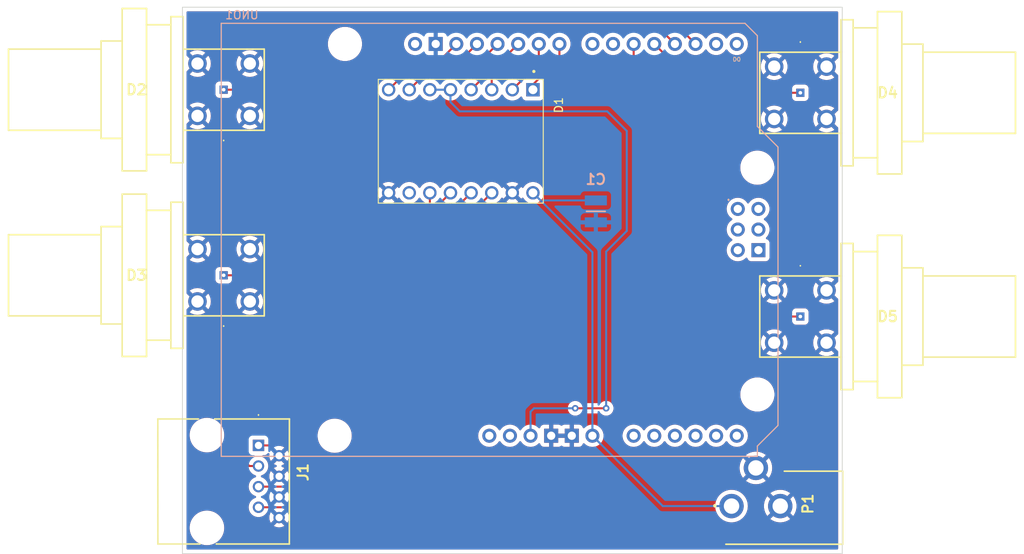
<source format=kicad_pcb>
(kicad_pcb (version 20211014) (generator pcbnew)

  (general
    (thickness 1.6)
  )

  (paper "A4")
  (layers
    (0 "F.Cu" signal)
    (31 "B.Cu" signal)
    (32 "B.Adhes" user "B.Adhesive")
    (33 "F.Adhes" user "F.Adhesive")
    (34 "B.Paste" user)
    (35 "F.Paste" user)
    (36 "B.SilkS" user "B.Silkscreen")
    (37 "F.SilkS" user "F.Silkscreen")
    (38 "B.Mask" user)
    (39 "F.Mask" user)
    (40 "Dwgs.User" user "User.Drawings")
    (41 "Cmts.User" user "User.Comments")
    (42 "Eco1.User" user "User.Eco1")
    (43 "Eco2.User" user "User.Eco2")
    (44 "Edge.Cuts" user)
    (45 "Margin" user)
    (46 "B.CrtYd" user "B.Courtyard")
    (47 "F.CrtYd" user "F.Courtyard")
    (48 "B.Fab" user)
    (49 "F.Fab" user)
    (50 "User.1" user)
    (51 "User.2" user)
    (52 "User.3" user)
    (53 "User.4" user)
    (54 "User.5" user)
    (55 "User.6" user)
    (56 "User.7" user)
    (57 "User.8" user)
    (58 "User.9" user)
  )

  (setup
    (pad_to_mask_clearance 0)
    (pcbplotparams
      (layerselection 0x00010fc_ffffffff)
      (disableapertmacros false)
      (usegerberextensions false)
      (usegerberattributes true)
      (usegerberadvancedattributes true)
      (creategerberjobfile true)
      (svguseinch false)
      (svgprecision 6)
      (excludeedgelayer true)
      (plotframeref false)
      (viasonmask false)
      (mode 1)
      (useauxorigin false)
      (hpglpennumber 1)
      (hpglpenspeed 20)
      (hpglpendiameter 15.000000)
      (dxfpolygonmode true)
      (dxfimperialunits true)
      (dxfusepcbnewfont true)
      (psnegative false)
      (psa4output false)
      (plotreference true)
      (plotvalue true)
      (plotinvisibletext false)
      (sketchpadsonfab false)
      (subtractmaskfromsilk false)
      (outputformat 1)
      (mirror false)
      (drillshape 1)
      (scaleselection 1)
      (outputdirectory "")
    )
  )

  (net 0 "")
  (net 1 "Net-(D1-Pad13)")
  (net 2 "+5V")
  (net 3 "GND")
  (net 4 "+12V")
  (net 5 "Net-(D1-Pad12)")
  (net 6 "Net-(D1-Pad11)")
  (net 7 "unconnected-(D1-Pad10)")
  (net 8 "Net-(D2-Pad1)")
  (net 9 "Net-(D3-Pad1)")
  (net 10 "unconnected-(UNO1-Pad3V3)")
  (net 11 "unconnected-(UNO1-Pad5V2)")
  (net 12 "unconnected-(UNO1-PadA0)")
  (net 13 "unconnected-(UNO1-PadA1)")
  (net 14 "unconnected-(UNO1-PadA2)")
  (net 15 "unconnected-(UNO1-PadA3)")
  (net 16 "unconnected-(UNO1-PadA4)")
  (net 17 "unconnected-(UNO1-PadA5)")
  (net 18 "unconnected-(UNO1-PadAREF)")
  (net 19 "unconnected-(UNO1-PadD0)")
  (net 20 "unconnected-(UNO1-PadD1)")
  (net 21 "Net-(D1-Pad4)")
  (net 22 "Net-(D1-Pad7)")
  (net 23 "Net-(D1-Pad8)")
  (net 24 "Net-(D1-Pad3)")
  (net 25 "unconnected-(UNO1-PadGND4)")
  (net 26 "unconnected-(UNO1-PadMISO)")
  (net 27 "unconnected-(UNO1-PadMOSI)")
  (net 28 "unconnected-(UNO1-PadRST1)")
  (net 29 "unconnected-(UNO1-PadRST2)")
  (net 30 "unconnected-(UNO1-PadSCK)")
  (net 31 "Net-(D1-Pad2)")
  (net 32 "Net-(D1-Pad1)")
  (net 33 "unconnected-(UNO1-PadD6)")
  (net 34 "unconnected-(UNO1-PadD7)")
  (net 35 "Net-(D1-Pad14)")
  (net 36 "Net-(D4-Pad1)")
  (net 37 "Net-(D5-Pad1)")

  (footprint "Barrel Power Jack Adapter:PJ-102AH" (layer "F.Cu") (at 172.240925 128.27 -90))

  (footprint "BNC 031-70578:0317057812G" (layer "F.Cu") (at 106.68 81.28))

  (footprint "Arduino:Arduino_Uno_R2_Shield" (layer "F.Cu") (at 106.384 126.444237))

  (footprint "DRV8825 Stepper Motor:IC_DRV8825_STEPPER_MOTOR_DRIVER_CARRIER" (layer "F.Cu") (at 135.89 87.63 -90))

  (footprint "BNC 031-70578:0317057812G" (layer "F.Cu") (at 106.68 104.14))

  (footprint "BNC 031-70578:0317057812G" (layer "F.Cu") (at 177.718 109.22 180))

  (footprint "BNC 031-70578:0317057812G" (layer "F.Cu") (at 177.718 81.661 180))

  (footprint "SS-90000-014:SS90000014" (layer "F.Cu") (at 110.97 125.095 -90))

  (footprint "EMK325ABJ107MM:CAPC3225X270N" (layer "B.Cu") (at 152.527 96.266 -90))

  (gr_rect (start 182.88 71.12) (end 101.6 138.43) (layer "Edge.Cuts") (width 0.1) (fill none) (tstamp 6bd519dc-4d52-48e7-9f91-26c3145da3ce))

  (segment (start 110.97 130.175) (end 121.285 130.175) (width 0.25) (layer "F.Cu") (net 1) (tstamp 07e5ba10-7451-4345-b389-7481f4d335ce))
  (segment (start 121.285 130.175) (end 134.62 116.84) (width 0.25) (layer "F.Cu") (net 1) (tstamp 6f906d07-cfcc-48cf-86c7-b8eaec1dc73f))
  (segment (start 134.62 116.84) (end 134.62 96.52) (width 0.25) (layer "F.Cu") (net 1) (tstamp a0712ed5-aae0-4aa3-8966-3b6ee87eb952))
  (segment (start 134.62 96.52) (end 137.16 93.98) (width 0.25) (layer "F.Cu") (net 1) (tstamp f9a29689-4125-4878-9eb3-b53828fa8274))
  (segment (start 149.987 120.523) (end 153.797 120.523) (width 0.25) (layer "F.Cu") (net 2) (tstamp 0abf4aad-acbf-47c1-bbfa-ee2dda021d5f))
  (via (at 153.797 120.523) (size 0.8) (drill 0.4) (layers "F.Cu" "B.Cu") (net 2) (tstamp 0d4edcf2-5fad-4617-ae22-979f62b8502d))
  (via (at 149.987 120.523) (size 0.8) (drill 0.4) (layers "F.Cu" "B.Cu") (net 2) (tstamp 109675f6-bbcb-43de-9dd0-5e1b4c55541d))
  (segment (start 132.08 81.28) (end 134.62 81.28) (width 0.25) (layer "B.Cu") (net 2) (tstamp 03f594fa-cddd-478c-8211-3b0dadb48da2))
  (segment (start 135.763 83.947) (end 134.62 82.804) (width 0.25) (layer "B.Cu") (net 2) (tstamp 040d0a44-bec5-4482-ae55-2b30e5582f76))
  (segment (start 156.337 98.679) (end 156.337 86.36) (width 0.25) (layer "B.Cu") (net 2) (tstamp 1377ff25-0ac3-4106-b9bb-f7b221adc97d))
  (segment (start 144.484 120.946) (end 144.907 120.523) (width 0.25) (layer "B.Cu") (net 2) (tstamp 3726edeb-c465-4479-bcde-bb66c4919479))
  (segment (start 134.62 82.804) (end 134.62 81.28) (width 0.25) (layer "B.Cu") (net 2) (tstamp 4370a8db-2a35-4ddd-a6b1-dd62e17255ec))
  (segment (start 144.907 120.523) (end 149.987 120.523) (width 0.25) (layer "B.Cu") (net 2) (tstamp 4c6bd2d2-02bc-4226-b5f0-5fbe8e8e8673))
  (segment (start 153.924 83.947) (end 135.763 83.947) (width 0.25) (layer "B.Cu") (net 2) (tstamp 773ecda1-1309-4a98-a2c7-6e53d8f57320))
  (segment (start 156.337 86.36) (end 153.924 83.947) (width 0.25) (layer "B.Cu") (net 2) (tstamp 8078f52f-49e0-487c-9170-f081ea03aaa2))
  (segment (start 153.797 101.219) (end 156.337 98.679) (width 0.25) (layer "B.Cu") (net 2) (tstamp cac8862f-7844-4295-b94b-b6341f67bd10))
  (segment (start 153.797 120.523) (end 153.797 101.219) (width 0.25) (layer "B.Cu") (net 2) (tstamp cfbfd7a8-5670-473e-822d-6aca1a6b99f0))
  (segment (start 144.484 123.904237) (end 144.484 120.946) (width 0.25) (layer "B.Cu") (net 2) (tstamp d8ebb86e-2881-4a95-8aa6-020e90da84de))
  (segment (start 160.769763 132.57) (end 169.240925 132.57) (width 0.25) (layer "B.Cu") (net 4) (tstamp 1d9f71bc-29ab-4f3f-87a3-47ceb2a8bdb6))
  (segment (start 146.13 94.916) (end 145.923 95.123) (width 0.25) (layer "B.Cu") (net 4) (tstamp 7a3e7217-83c8-476a-8bc2-f868a3aa89d8))
  (segment (start 152.104 123.904237) (end 152.104 101.304) (width 0.25) (layer "B.Cu") (net 4) (tstamp 828b3113-0aa0-45f3-b804-1caca3c173ce))
  (segment (start 152.527 94.916) (end 146.13 94.916) (width 0.25) (layer "B.Cu") (net 4) (tstamp 88673e99-e0e5-4c47-8756-21a171bbcf7c))
  (segment (start 152.104 123.904237) (end 160.769763 132.57) (width 0.25) (layer "B.Cu") (net 4) (tstamp 9c6291b2-c3bf-46ee-9bae-dfebbf9d63ee))
  (segment (start 145.923 95.123) (end 145.796 94.996) (width 0.25) (layer "B.Cu") (net 4) (tstamp c36d875c-7b61-4745-b70f-73636893f616))
  (segment (start 152.104 101.304) (end 145.923 95.123) (width 0.25) (layer "B.Cu") (net 4) (tstamp d2bac051-9a22-4cf2-93c5-e45a450fef9e))
  (segment (start 145.796 94.996) (end 144.78 93.98) (width 0.25) (layer "B.Cu") (net 4) (tstamp f8e39a7a-dd71-4d92-b8b4-b85fedbc3625))
  (segment (start 112.395 125.095) (end 133.35 104.14) (width 0.25) (layer "F.Cu") (net 5) (tstamp 0cc9d407-da7a-4ffa-b01a-0ee86aad48ad))
  (segment (start 133.35 104.14) (end 133.35 95.25) (width 0.25) (layer "F.Cu") (net 5) (tstamp 1f32b9db-bf4e-45f6-8768-909d37a55027))
  (segment (start 133.35 95.25) (end 134.62 93.98) (width 0.25) (layer "F.Cu") (net 5) (tstamp 2f6c7a27-b630-4869-9b07-e930142e54e3))
  (segment (start 110.97 125.095) (end 112.395 125.095) (width 0.25) (layer "F.Cu") (net 5) (tstamp 9b2bb3f5-1905-42d2-b9a1-08a65215c27a))
  (segment (start 113.03 123.19) (end 132.08 104.14) (width 0.25) (layer "F.Cu") (net 6) (tstamp 534a3495-c9a6-4ad0-bc7a-d3bfedce5557))
  (segment (start 110.49 123.19) (end 113.03 123.19) (width 0.25) (layer "F.Cu") (net 6) (tstamp 65fe1255-760f-46db-9a8b-0848628b1a2d))
  (segment (start 110.97 127.635) (end 109.855 127.635) (width 0.25) (layer "F.Cu") (net 6) (tstamp 7d874ea5-8ec2-4347-9892-b6f79e1cb7bd))
  (segment (start 109.22 124.46) (end 110.49 123.19) (width 0.25) (layer "F.Cu") (net 6) (tstamp be100597-33ce-46c3-9c89-425c37e560bd))
  (segment (start 132.08 104.14) (end 132.08 93.98) (width 0.25) (layer "F.Cu") (net 6) (tstamp ec1ba641-1b7d-4ac9-81b8-6a75b1f63e11))
  (segment (start 109.22 127) (end 109.22 124.46) (width 0.25) (layer "F.Cu") (net 6) (tstamp f05ae20f-bcda-4761-b91d-4637594f1c61))
  (segment (start 109.855 127.635) (end 109.22 127) (width 0.25) (layer "F.Cu") (net 6) (tstamp f8f8e078-3087-4113-8462-9f8e38e4895b))
  (segment (start 127 76.2) (end 127 73.406) (width 0.25) (layer "F.Cu") (net 8) (tstamp 11649bba-d8ad-4519-8f91-499d746a3206))
  (segment (start 127 73.406) (end 127.762 72.644) (width 0.25) (layer "F.Cu") (net 8) (tstamp 1e7156e6-7a0e-44af-a262-4ef273c6fa45))
  (segment (start 127.762 72.644) (end 161.803763 72.644) (width 0.25) (layer "F.Cu") (net 8) (tstamp 46f741bb-b31b-43f0-bb11-859d6656b562))
  (segment (start 161.803763 72.644) (end 164.804 75.644237) (width 0.25) (layer "F.Cu") (net 8) (tstamp 4c7235b4-daa9-496c-9325-e671d9b23202))
  (segment (start 121.92 81.28) (end 127 76.2) (width 0.25) (layer "F.Cu") (net 8) (tstamp ddccfce1-16d5-473a-835a-35a0be061266))
  (segment (start 106.68 81.28) (end 121.92 81.28) (width 0.25) (layer "F.Cu") (net 8) (tstamp fbb74cde-dd2d-4604-b1b0-12c17b8de119))
  (segment (start 160.152763 73.533) (end 162.264 75.644237) (width 0.25) (layer "F.Cu") (net 9) (tstamp 4bf4fa62-5f15-4668-873f-cc60057aca41))
  (segment (start 121.92 96.52) (end 121.92 82.55) (width 0.25) (layer "F.Cu") (net 9) (tstamp 4d4a85aa-0e2c-4343-8fd0-29e01d4d544a))
  (segment (start 128.27 73.533) (end 160.152763 73.533) (width 0.25) (layer "F.Cu") (net 9) (tstamp 59ebc320-9455-4ed8-934f-9c75f0750f49))
  (segment (start 114.3 104.14) (end 121.92 96.52) (width 0.25) (layer "F.Cu") (net 9) (tstamp 5e2fe6e0-02ff-479c-ad5a-5ace7c43c386))
  (segment (start 127.635 74.168) (end 128.27 73.533) (width 0.25) (layer "F.Cu") (net 9) (tstamp 76128c94-690c-4461-9782-2cdffe0b11c2))
  (segment (start 127.635 76.835) (end 127.635 74.168) (width 0.25) (layer "F.Cu") (net 9) (tstamp ac725dd0-3dd9-461c-b599-752523e2c858))
  (segment (start 121.92 82.55) (end 127.635 76.835) (width 0.25) (layer "F.Cu") (net 9) (tstamp ea4ee015-9ebb-4e58-9cc2-ad980f68644e))
  (segment (start 106.68 104.14) (end 114.3 104.14) (width 0.25) (layer "F.Cu") (net 9) (tstamp eb49199f-b808-453d-9793-29281697cec1))
  (segment (start 138.43 80.01) (end 138.43 77.634237) (width 0.25) (layer "F.Cu") (net 21) (tstamp 02ef5014-26fc-40d7-b694-b1622396bd2c))
  (segment (start 138.43 77.634237) (end 140.42 75.644237) (width 0.25) (layer "F.Cu") (net 21) (tstamp 325f81f8-9075-4b5b-a800-2e091fb56b48))
  (segment (start 137.16 81.28) (end 138.43 80.01) (width 0.25) (layer "F.Cu") (net 21) (tstamp fc5ecd1d-c272-4b37-a20b-8a714d240170))
  (segment (start 129.54 81.28) (end 132.715 78.105) (width 0.25) (layer "F.Cu") (net 22) (tstamp 20606d8a-6bb4-4620-ad88-787ed0a59727))
  (segment (start 136.525 76.999237) (end 137.88 75.644237) (width 0.25) (layer "F.Cu") (net 22) (tstamp 397dec00-4b5f-4f03-bff0-fc3ce16da242))
  (segment (start 136.525 78.105) (end 136.525 76.999237) (width 0.25) (layer "F.Cu") (net 22) (tstamp 4c229eda-f39f-4986-85f0-1322a34e2952))
  (segment (start 132.715 78.105) (end 136.525 78.105) (width 0.25) (layer "F.Cu") (net 22) (tstamp 6b87db1a-0b28-41f7-8607-717a404e8e87))
  (segment (start 130.81 77.47) (end 133.514237 77.47) (width 0.25) (layer "F.Cu") (net 23) (tstamp 6d2217c1-5c61-438d-aa37-2de64f234695))
  (segment (start 133.514237 77.47) (end 135.34 75.644237) (width 0.25) (layer "F.Cu") (net 23) (tstamp cd0e5563-5a66-4c6d-b3fe-dc7d636f6f40))
  (segment (start 127 81.28) (end 130.81 77.47) (width 0.25) (layer "F.Cu") (net 23) (tstamp f902a8c3-f76f-4cd1-a9e6-ff480419c84f))
  (segment (start 139.7 81.28) (end 139.7 78.904237) (width 0.25) (layer "F.Cu") (net 24) (tstamp 08fdad43-7059-4b07-91e2-6a103b88e4a4))
  (segment (start 139.7 78.904237) (end 142.96 75.644237) (width 0.25) (layer "F.Cu") (net 24) (tstamp fdf23286-59a6-4713-93ce-960bfbc6f713))
  (segment (start 145.5 78.02) (end 145.5 75.644237) (width 0.25) (layer "F.Cu") (net 31) (tstamp 46715914-4daf-4e38-aab5-555f190fcac5))
  (segment (start 142.24 81.28) (end 145.5 78.02) (width 0.25) (layer "F.Cu") (net 31) (tstamp b08ae3ac-24ab-4ad5-970e-0717a0691709))
  (segment (start 144.78 81.28) (end 144.78 80.645) (width 0.25) (layer "F.Cu") (net 32) (tstamp 1dd62f7a-a9fc-43b2-962d-80fd50a364a1))
  (segment (start 144.78 80.645) (end 148.04 77.385) (width 0.25) (layer "F.Cu") (net 32) (tstamp 3821ed15-c7d5-4c83-a433-c8ac10bcde68))
  (segment (start 148.04 77.385) (end 148.04 75.644237) (width 0.25) (layer "F.Cu") (net 32) (tstamp eb93bb9c-ef34-4c9b-920d-033517a4feaa))
  (segment (start 121.92 130.81) (end 135.89 116.84) (width 0.25) (layer "F.Cu") (net 35) (tstamp 2d14391b-c8cf-44ef-af1c-1de1bb55829e))
  (segment (start 114.935 132.715) (end 116.84 130.81) (width 0.25) (layer "F.Cu") (net 35) (tstamp 35e5c4ef-dece-44ee-917f-4499cd7074b6))
  (segment (start 116.84 130.81) (end 121.92 130.81) (width 0.25) (layer "F.Cu") (net 35) (tstamp 4a6564e1-5985-41af-ab43-cea1b1b51a94))
  (segment (start 135.89 116.84) (end 135.89 97.79) (width 0.25) (layer "F.Cu") (net 35) (tstamp 5aee139a-2ffe-49ca-84f7-5c0b7f37329e))
  (segment (start 110.97 132.715) (end 114.935 132.715) (width 0.25) (layer "F.Cu") (net 35) (tstamp b7ecaebf-5801-44e8-a8c5-8093835f8045))
  (segment (start 135.89 97.79) (end 139.7 93.98) (width 0.25) (layer "F.Cu") (net 35) (tstamp f687be21-84eb-4447-9a05-abf8f6aa4893))
  (segment (start 177.718 81.661) (end 165.740763 81.661) (width 0.25) (layer "F.Cu") (net 36) (tstamp 8ff47245-3130-4a89-9130-ec7e4fb98347))
  (segment (start 165.740763 81.661) (end 159.724 75.644237) (width 0.25) (layer "F.Cu") (net 36) (tstamp fac54ece-c257-4506-b8f8-ba411542856f))
  (segment (start 165.227 100.584) (end 173.863 109.22) (width 0.25) (layer "F.Cu") (net 37) (tstamp 4358643d-d991-419a-9113-1fe59f159807))
  (segment (start 165.227 82.677) (end 165.227 100.584) (width 0.25) (layer "F.Cu") (net 37) (tstamp 4da01e68-c991-43c6-b100-12b40b1b7684))
  (segment (start 160.02 77.47) (end 165.227 82.677) (width 0.25) (layer "F.Cu") (net 37) (tstamp 9fb236ff-faac-4a32-ba3a-adc7bcd3e011))
  (segment (start 173.863 109.22) (end 177.718 109.22) (width 0.25) (layer "F.Cu") (net 37) (tstamp a39d3faa-dcbe-4239-8f15-af814105b453))
  (segment (start 157.184 75.644237) (end 157.184 77.047) (width 0.25) (layer "F.Cu") (net 37) (tstamp b2d62385-66da-497e-96f8-301685875a2f))
  (segment (start 157.607 77.47) (end 160.02 77.47) (width 0.25) (layer "F.Cu") (net 37) (tstamp b72ce31e-d106-49c1-982c-400388bd8f25))
  (segment (start 157.184 77.047) (end 157.607 77.47) (width 0.25) (layer "F.Cu") (net 37) (tstamp eb10c011-d5cc-4ec8-a68b-65ed4f9e80b6))

  (zone (net 3) (net_name "GND") (layers F&B.Cu) (tstamp 70d84398-be97-41c6-8d8f-bf7ee9f89427) (hatch edge 0.508)
    (connect_pads (clearance 0.508))
    (min_thickness 0.254) (filled_areas_thickness no)
    (fill yes (thermal_gap 0.508) (thermal_bridge_width 0.508))
    (polygon
      (pts
        (xy 182.88 138.43)
        (xy 101.6 138.303)
        (xy 101.727 71.12)
        (xy 182.88 71.12)
      )
    )
    (filled_polygon
      (layer "F.Cu")
      (pts
        (xy 182.313621 71.648502)
        (xy 182.360114 71.702158)
        (xy 182.3715 71.7545)
        (xy 182.3715 77.3397)
        (xy 182.351498 77.407821)
        (xy 182.306035 77.447214)
        (xy 182.306656 77.448269)
        (xy 182.300927 77.45164)
        (xy 182.297842 77.454314)
        (xy 182.295554 77.454803)
        (xy 182.266033 77.472177)
        (xy 181.315022 78.423188)
        (xy 181.307408 78.437132)
        (xy 181.307539 78.438965)
        (xy 181.31179 78.44558)
        (xy 182.264573 79.398363)
        (xy 182.305887 79.420923)
        (xy 182.356088 79.471126)
        (xy 182.3715 79.53151)
        (xy 182.3715 83.7897)
        (xy 182.351498 83.857821)
        (xy 182.306035 83.897214)
        (xy 182.306656 83.898269)
        (xy 182.300927 83.90164)
        (xy 182.297842 83.904314)
        (xy 182.295554 83.904803)
        (xy 182.266033 83.922177)
        (xy 181.315022 84.873188)
        (xy 181.307408 84.887132)
        (xy 181.307539 84.888965)
        (xy 181.31179 84.89558)
        (xy 182.264573 85.848363)
        (xy 182.305887 85.870923)
        (xy 182.356088 85.921126)
        (xy 182.3715 85.98151)
        (xy 182.3715 104.8987)
        (xy 182.351498 104.966821)
        (xy 182.306035 105.006214)
        (xy 182.306656 105.007269)
        (xy 182.300927 105.01064)
        (xy 182.297842 105.013314)
        (xy 182.295554 105.013803)
        (xy 182.266033 105.031177)
        (xy 181.315022 105.982188)
        (xy 181.307408 105.996132)
        (xy 181.307539 105.997965)
        (xy 181.31179 106.00458)
        (xy 182.264573 106.957363)
        (xy 182.305887 106.979923)
        (xy 182.356088 107.030126)
        (xy 182.3715 107.09051)
        (xy 182.3715 111.3487)
        (xy 182.351498 111.416821)
        (xy 182.306035 111.456214)
        (xy 182.306656 111.457269)
        (xy 182.300927 111.46064)
        (xy 182.297842 111.463314)
        (xy 182.295554 111.463803)
        (xy 182.266033 111.481177)
        (xy 181.315022 112.432188)
        (xy 181.307408 112.446132)
        (xy 181.307539 112.447965)
        (xy 181.31179 112.45458)
        (xy 182.264573 113.407363)
        (xy 182.305887 113.429923)
        (xy 182.356088 113.480126)
        (xy 182.3715 113.54051)
        (xy 182.3715 137.7955)
        (xy 182.351498 137.863621)
        (xy 182.297842 137.910114)
        (xy 182.2455 137.9215)
        (xy 102.2345 137.9215)
        (xy 102.166379 137.901498)
        (xy 102.119886 137.847842)
        (xy 102.1085 137.7955)
        (xy 102.1085 135.389277)
        (xy 102.485735 135.389277)
        (xy 102.523705 135.677687)
        (xy 102.600465 135.958276)
        (xy 102.714596 136.225852)
        (xy 102.863985 136.475462)
        (xy 102.866669 136.478813)
        (xy 102.866671 136.478815)
        (xy 102.881322 136.497102)
        (xy 103.045867 136.702489)
        (xy 103.256878 136.902731)
        (xy 103.493113 137.072483)
        (xy 103.7502 137.208603)
        (xy 103.754223 137.210075)
        (xy 103.754227 137.210077)
        (xy 103.778709 137.219036)
        (xy 104.023382 137.308574)
        (xy 104.307604 137.370544)
        (xy 104.33665 137.37283)
        (xy 104.533297 137.388307)
        (xy 104.533304 137.388307)
        (xy 104.535753 137.3885)
        (xy 104.693121 137.3885)
        (xy 104.695257 137.388354)
        (xy 104.695268 137.388354)
        (xy 104.905949 137.373991)
        (xy 104.905955 137.37399)
        (xy 104.910226 137.373699)
        (xy 104.914421 137.37283)
        (xy 104.914423 137.37283)
        (xy 105.052654 137.344204)
        (xy 105.195081 137.314709)
        (xy 105.469295 137.217605)
        (xy 105.727793 137.084184)
        (xy 105.731294 137.081723)
        (xy 105.731298 137.081721)
        (xy 105.846792 137.00055)
        (xy 105.965792 136.916915)
        (xy 106.178888 136.718894)
        (xy 106.189895 136.705447)
        (xy 106.360423 136.497102)
        (xy 106.363139 136.493784)
        (xy 106.515133 136.245752)
        (xy 106.523869 136.225852)
        (xy 106.630334 135.983315)
        (xy 106.632059 135.979386)
        (xy 106.638073 135.958276)
        (xy 106.657782 135.889087)
        (xy 106.711754 135.699616)
        (xy 106.714286 135.681829)
        (xy 106.752137 135.41587)
        (xy 106.752742 135.411619)
        (xy 106.753865 135.197135)
        (xy 106.754243 135.125009)
        (xy 106.754243 135.125003)
        (xy 106.754265 135.120723)
        (xy 106.742585 135.032001)
        (xy 106.738275 134.999261)
        (xy 112.860294 134.999261)
        (xy 112.86959 135.011276)
        (xy 112.899189 135.032001)
        (xy 112.908677 135.037479)
        (xy 113.090277 135.122159)
        (xy 113.100571 135.125907)
        (xy 113.294122 135.177769)
        (xy 113.304909 135.179671)
        (xy 113.504525 135.197135)
        (xy 113.515475 135.197135)
        (xy 113.715091 135.179671)
        (xy 113.725878 135.177769)
        (xy 113.919429 135.125907)
        (xy 113.929723 135.122159)
        (xy 114.111323 135.037479)
        (xy 114.120811 135.032001)
        (xy 114.151248 135.010689)
        (xy 114.159623 135.000212)
        (xy 114.152554 134.986764)
        (xy 113.522812 134.357022)
        (xy 113.508868 134.349408)
        (xy 113.507035 134.349539)
        (xy 113.50042 134.35379)
        (xy 112.866724 134.987486)
        (xy 112.860294 134.999261)
        (xy 106.738275 134.999261)
        (xy 106.716855 134.836569)
        (xy 106.716295 134.832313)
        (xy 106.639535 134.551724)
        (xy 106.608368 134.478653)
        (xy 106.52709 134.2881)
        (xy 106.527088 134.288096)
        (xy 106.525404 134.284148)
        (xy 106.376015 134.034538)
        (xy 106.364262 134.019867)
        (xy 106.196823 133.810869)
        (xy 106.194133 133.807511)
        (xy 106.026805 133.648723)
        (xy 105.986231 133.610219)
        (xy 105.986228 133.610217)
        (xy 105.983122 133.607269)
        (xy 105.746887 133.437517)
        (xy 105.582451 133.350453)
        (xy 105.493587 133.303402)
        (xy 105.493586 133.303401)
        (xy 105.4898 133.301397)
        (xy 105.485777 133.299925)
        (xy 105.485773 133.299923)
        (xy 105.220649 133.202901)
        (xy 105.220647 133.2029)
        (xy 105.216618 133.201426)
        (xy 104.932396 133.139456)
        (xy 104.874406 133.134892)
        (xy 104.706703 133.121693)
        (xy 104.706696 133.121693)
        (xy 104.704247 133.1215)
        (xy 104.546879 133.1215)
        (xy 104.544743 133.121646)
        (xy 104.544732 133.121646)
        (xy 104.334051 133.136009)
        (xy 104.334045 133.13601)
        (xy 104.329774 133.136301)
        (xy 104.325579 133.13717)
        (xy 104.325577 133.13717)
        (xy 104.235857 133.15575)
        (xy 104.044919 133.195291)
        (xy 103.770705 133.292395)
        (xy 103.766896 133.294361)
        (xy 103.664428 133.347249)
        (xy 103.512207 133.425816)
        (xy 103.508706 133.428277)
        (xy 103.508702 133.428279)
        (xy 103.495558 133.437517)
        (xy 103.274208 133.593085)
        (xy 103.261635 133.604769)
        (xy 103.066338 133.78625)
        (xy 103.061112 133.791106)
        (xy 103.058398 133.794422)
        (xy 103.058395 133.794425)
        (xy 102.994484 133.872509)
        (xy 102.876861 134.016216)
        (xy 102.724867 134.264248)
        (xy 102.723148 134.268165)
        (xy 102.723146 134.268168)
        (xy 102.687427 134.349539)
        (xy 102.607941 134.530614)
        (xy 102.606765 134.534742)
        (xy 102.606764 134.534745)
        (xy 102.595302 134.574984)
        (xy 102.528246 134.810384)
        (xy 102.527642 134.814626)
        (xy 102.527641 134.814632)
        (xy 102.499738 135.010689)
        (xy 102.487258 135.098381)
        (xy 102.485735 135.389277)
        (xy 102.1085 135.389277)
        (xy 102.1085 123.959277)
        (xy 102.485735 123.959277)
        (xy 102.486294 123.963521)
        (xy 102.486294 123.963525)
        (xy 102.497431 124.04812)
        (xy 102.523705 124.247687)
        (xy 102.600465 124.528276)
        (xy 102.602149 124.532224)
        (xy 102.681127 124.717384)
        (xy 102.714596 124.795852)
        (xy 102.863985 125.045462)
        (xy 102.866669 125.048813)
        (xy 102.866671 125.048815)
        (xy 102.897147 125.086855)
        (xy 103.045867 125.272489)
        (xy 103.256878 125.472731)
        (xy 103.493113 125.642483)
        (xy 103.518924 125.656149)
        (xy 103.72201 125.763677)
        (xy 103.7502 125.778603)
        (xy 103.754223 125.780075)
        (xy 103.754227 125.780077)
        (xy 103.981693 125.863318)
        (xy 104.023382 125.878574)
        (xy 104.307604 125.940544)
        (xy 104.33665 125.94283)
        (xy 104.533297 125.958307)
        (xy 104.533304 125.958307)
        (xy 104.535753 125.9585)
        (xy 104.693121 125.9585)
        (xy 104.695257 125.958354)
        (xy 104.695268 125.958354)
        (xy 104.905949 125.943991)
        (xy 104.905955 125.94399)
        (xy 104.910226 125.943699)
        (xy 104.914421 125.94283)
        (xy 104.914423 125.94283)
        (xy 105.138356 125.896456)
        (xy 105.195081 125.884709)
        (xy 105.469295 125.787605)
        (xy 105.727793 125.654184)
        (xy 105.731294 125.651723)
        (xy 105.731298 125.651721)
        (xy 105.861131 125.560472)
        (xy 105.965792 125.486915)
        (xy 106.045618 125.412736)
        (xy 106.175745 125.291815)
        (xy 106.175748 125.291812)
        (xy 106.178888 125.288894)
        (xy 106.189895 125.275447)
        (xy 106.303931 125.136122)
        (xy 106.363139 125.063784)
        (xy 106.515133 124.815752)
        (xy 106.521953 124.800217)
        (xy 106.60214 124.617543)
        (xy 106.632059 124.549386)
        (xy 106.63775 124.52941)
        (xy 106.663235 124.439943)
        (xy 108.58178 124.439943)
        (xy 108.582526 124.447835)
        (xy 108.585941 124.483961)
        (xy 108.5865 124.495819)
        (xy 108.5865 126.921233)
        (xy 108.585973 126.932416)
        (xy 108.584298 126.939909)
        (xy 108.584547 126.947835)
        (xy 108.584547 126.947836)
        (xy 108.586438 127.007986)
        (xy 108.5865 127.011945)
        (xy 108.5865 127.039856)
        (xy 108.586997 127.04379)
        (xy 108.586997 127.043791)
        (xy 108.587005 127.043856)
        (xy 108.587938 127.055693)
        (xy 108.589327 127.099889)
        (xy 108.594978 127.119339)
        (xy 108.598987 127.1387)
        (xy 108.601526 127.158797)
        (xy 108.604445 127.166168)
        (xy 108.604445 127.16617)
        (xy 108.617804 127.199912)
        (xy 108.621649 127.211142)
        (xy 108.633982 127.253593)
        (xy 108.638015 127.260412)
        (xy 108.638017 127.260417)
        (xy 108.644293 127.271028)
        (xy 108.652988 127.288776)
        (xy 108.660448 127.307617)
        (xy 108.66511 127.314033)
        (xy 108.66511 127.314034)
        (xy 108.686436 127.343387)
        (xy 108.692952 127.353307)
        (xy 108.708864 127.380212)
        (xy 108.715458 127.391362)
        (xy 108.729779 127.405683)
        (xy 108.742619 127.420716)
        (xy 108.754528 127.437107)
        (xy 108.760634 127.442158)
        (xy 108.788605 127.465298)
        (xy 108.797384 127.473288)
        (xy 109.351343 128.027247)
        (xy 109.358887 128.035537)
        (xy 109.363 128.042018)
        (xy 109.368777 128.047443)
        (xy 109.412667 128.088658)
        (xy 109.415509 128.091413)
        (xy 109.435231 128.111135)
        (xy 109.438355 128.113558)
        (xy 109.438359 128.113562)
        (xy 109.438424 128.113612)
        (xy 109.447445 128.121317)
        (xy 109.479679 128.151586)
        (xy 109.486627 128.155405)
        (xy 109.486629 128.155407)
        (xy 109.497432 128.161346)
        (xy 109.513959 128.172202)
        (xy 109.523698 128.179757)
        (xy 109.5237 128.179758)
        (xy 109.52996 128.184614)
        (xy 109.57054 128.202174)
        (xy 109.581188 128.207391)
        (xy 109.61994 128.228695)
        (xy 109.627616 128.230666)
        (xy 109.627619 128.230667)
        (xy 109.639562 128.233733)
        (xy 109.658267 128.240137)
        (xy 109.676855 128.248181)
        (xy 109.684678 128.24942)
        (xy 109.684688 128.249423)
        (xy 109.720524 128.255099)
        (xy 109.732144 128.257505)
        (xy 109.767289 128.266528)
        (xy 109.77497 128.2685)
        (xy 109.795224 128.2685)
        (xy 109.814934 128.270051)
        (xy 109.834943 128.27322)
        (xy 109.842835 128.272474)
        (xy 109.842836 128.272474)
        (xy 109.861954 128.270667)
        (xy 109.931655 128.28417)
        (xy 109.977024 128.323838)
        (xy 110.040699 128.414776)
        (xy 110.190224 128.564301)
        (xy 110.363442 128.685589)
        (xy 110.36842 128.68791)
        (xy 110.368423 128.687912)
        (xy 110.550108 128.772633)
        (xy 110.55509 128.774956)
        (xy 110.560398 128.776378)
        (xy 110.5604 128.776379)
        (xy 110.586204 128.783293)
        (xy 110.646827 128.820245)
        (xy 110.677848 128.884106)
        (xy 110.66942 128.9546)
        (xy 110.624217 129.009347)
        (xy 110.586204 129.026707)
        (xy 110.5604 129.033621)
        (xy 110.560398 129.033622)
        (xy 110.55509 129.035044)
        (xy 110.550109 129.037366)
        (xy 110.550108 129.037367)
        (xy 110.368423 129.122088)
        (xy 110.36842 129.12209)
        (xy 110.363442 129.124411)
        (xy 110.190224 129.245699)
        (xy 110.040699 129.395224)
        (xy 109.919411 129.568442)
        (xy 109.830044 129.76009)
        (xy 109.828622 129.765398)
        (xy 109.828621 129.7654)
        (xy 109.806607 129.847557)
        (xy 109.775314 129.964345)
        (xy 109.756884 130.175)
        (xy 109.775314 130.385655)
        (xy 109.776738 130.390968)
        (xy 109.776738 130.39097)
        (xy 109.822623 130.562213)
        (xy 109.830044 130.58991)
        (xy 109.832366 130.594891)
        (xy 109.832367 130.594892)
        (xy 109.916352 130.774997)
        (xy 109.919411 130.781558)
        (xy 110.040699 130.954776)
        (xy 110.190224 131.104301)
        (xy 110.363442 131.225589)
        (xy 110.36842 131.22791)
        (xy 110.368423 131.227912)
        (xy 110.537089 131.306562)
        (xy 110.55509 131.314956)
        (xy 110.560398 131.316378)
        (xy 110.5604 131.316379)
        (xy 110.586204 131.323293)
        (xy 110.646827 131.360245)
        (xy 110.677848 131.424106)
        (xy 110.66942 131.4946)
        (xy 110.624217 131.549347)
        (xy 110.586204 131.566707)
        (xy 110.5604 131.573621)
        (xy 110.560398 131.573622)
        (xy 110.55509 131.575044)
        (xy 110.550109 131.577366)
        (xy 110.550108 131.577367)
        (xy 110.368423 131.662088)
        (xy 110.36842 131.66209)
        (xy 110.363442 131.664411)
        (xy 110.190224 131.785699)
        (xy 110.040699 131.935224)
        (xy 109.919411 132.108442)
        (xy 109.91709 132.11342)
        (xy 109.917088 132.113423)
        (xy 109.833514 132.292649)
        (xy 109.830044 132.30009)
        (xy 109.775314 132.504345)
        (xy 109.756884 132.715)
        (xy 109.775314 132.925655)
        (xy 109.776738 132.930968)
        (xy 109.776738 132.93097)
        (xy 109.82783 133.121646)
        (xy 109.830044 133.12991)
        (xy 109.832366 133.134891)
        (xy 109.832367 133.134892)
        (xy 109.916358 133.31501)
        (xy 109.919411 133.321558)
        (xy 110.040699 133.494776)
        (xy 110.190224 133.644301)
        (xy 110.363442 133.765589)
        (xy 110.36842 133.76791)
        (xy 110.368423 133.767912)
        (xy 110.460545 133.810869)
        (xy 110.55509 133.854956)
        (xy 110.560398 133.856378)
        (xy 110.5604 133.856379)
        (xy 110.75403 133.908262)
        (xy 110.754032 133.908262)
        (xy 110.759345 133.909686)
        (xy 110.97 133.928116)
        (xy 111.180655 133.909686)
        (xy 111.185968 133.908262)
        (xy 111.18597 133.908262)
        (xy 111.3796 133.856379)
        (xy 111.379602 133.856378)
        (xy 111.38491 133.854956)
        (xy 111.479455 133.810869)
        (xy 111.571577 133.767912)
        (xy 111.57158 133.76791)
        (xy 111.576558 133.765589)
        (xy 111.749776 133.644301)
        (xy 111.899301 133.494776)
        (xy 111.964102 133.40223)
        (xy 112.019559 133.357901)
        (xy 112.067315 133.3485)
        (xy 112.276145 133.3485)
        (xy 112.344266 133.368502)
        (xy 112.390759 133.422158)
        (xy 112.400863 133.492432)
        (xy 112.39034 133.52775)
        (xy 112.372839 133.565281)
        (xy 112.369093 133.575571)
        (xy 112.317231 133.769122)
        (xy 112.315329 133.779909)
        (xy 112.297865 133.979525)
        (xy 112.297865 133.990475)
        (xy 112.315329 134.190091)
        (xy 112.317231 134.200878)
        (xy 112.369093 134.394429)
        (xy 112.372841 134.404723)
        (xy 112.457521 134.586323)
        (xy 112.462999 134.595811)
        (xy 112.484311 134.626248)
        (xy 112.494788 134.634623)
        (xy 112.508236 134.627554)
        (xy 113.420905 133.714885)
        (xy 113.483217 133.680859)
        (xy 113.554032 133.685924)
        (xy 113.599095 133.714885)
        (xy 114.512486 134.628276)
        (xy 114.524261 134.634706)
        (xy 114.536276 134.62541)
        (xy 114.557001 134.595811)
        (xy 114.562479 134.586323)
        (xy 114.647159 134.404723)
        (xy 114.650907 134.394429)
        (xy 114.702769 134.200878)
        (xy 114.704671 134.190091)
        (xy 114.722135 133.990475)
        (xy 114.722135 133.979525)
        (xy 114.704671 133.779909)
        (xy 114.702769 133.769122)
        (xy 114.650907 133.575571)
        (xy 114.647161 133.565281)
        (xy 114.62966 133.52775)
        (xy 114.618999 133.457558)
        (xy 114.647979 133.392745)
        (xy 114.707399 133.353889)
        (xy 114.743855 133.3485)
        (xy 114.856233 133.3485)
        (xy 114.867416 133.349027)
        (xy 114.874909 133.350702)
        (xy 114.882835 133.350453)
        (xy 114.882836 133.350453)
        (xy 114.942986 133.348562)
        (xy 114.946945 133.3485)
        (xy 114.974856 133.3485)
        (xy 114.978791 133.348003)
        (xy 114.978856 133.347995)
        (xy 114.990693 133.347062)
        (xy 115.022951 133.346048)
        (xy 115.02697 133.345922)
        (xy 115.034889 133.345673)
        (xy 115.054343 133.340021)
        (xy 115.0737 133.336013)
        (xy 115.08593 133.334468)
        (xy 115.085931 133.334468)
        (xy 115.093797 133.333474)
        (xy 115.101168 133.330555)
        (xy 115.10117 133.330555)
        (xy 115.134912 133.317196)
        (xy 115.146142 133.313351)
        (xy 115.180983 133.303229)
        (xy 115.180984 133.303229)
        (xy 115.188593 133.301018)
        (xy 115.195412 133.296985)
        (xy 115.195417 133.296983)
        (xy 115.206028 133.290707)
        (xy 115.223776 133.282012)
        (xy 115.242617 133.274552)
        (xy 115.278387 133.248564)
        (xy 115.288307 133.242048)
        (xy 115.319535 133.22358)
        (xy 115.319538 133.223578)
        (xy 115.326362 133.219542)
        (xy 115.340683 133.205221)
        (xy 115.355717 133.19238)
        (xy 115.365694 133.185131)
        (xy 115.372107 133.180472)
        (xy 115.400298 133.146395)
        (xy 115.408288 133.137616)
        (xy 115.996986 132.548918)
        (xy 167.227842 132.548918)
        (xy 167.243607 132.82232)
        (xy 167.244432 132.826525)
        (xy 167.244433 132.826533)
        (xy 167.265623 132.934539)
        (xy 167.29633 133.091053)
        (xy 167.297717 133.095103)
        (xy 167.297718 133.095108)
        (xy 167.37967 133.334468)
        (xy 167.385037 133.350144)
        (xy 167.508085 133.594799)
        (xy 167.510511 133.598328)
        (xy 167.510514 133.598334)
        (xy 167.639666 133.78625)
        (xy 167.663199 133.82049)
        (xy 167.666086 133.823663)
        (xy 167.666087 133.823664)
        (xy 167.838276 134.012898)
        (xy 167.847507 134.023043)
        (xy 168.0576 134.198707)
        (xy 168.061241 134.200991)
        (xy 168.285949 134.341951)
        (xy 168.285953 134.341953)
        (xy 168.289589 134.344234)
        (xy 168.357469 134.374883)
        (xy 168.53527 134.455164)
        (xy 168.535274 134.455166)
        (xy 168.539182 134.45693)
        (xy 168.543302 134.45815)
        (xy 168.543301 134.45815)
        (xy 168.797648 134.533491)
        (xy 168.797652 134.533492)
        (xy 168.801761 134.534709)
        (xy 168.805995 134.535357)
        (xy 168.806 134.535358)
        (xy 169.068223 134.575483)
        (xy 169.068225 134.575483)
        (xy 169.072465 134.576132)
        (xy 169.211837 134.578322)
        (xy 169.341996 134.580367)
        (xy 169.342002 134.580367)
        (xy 169.346287 134.580434)
        (xy 169.61816 134.547534)
        (xy 169.883052 134.478041)
        (xy 169.887012 134.476401)
        (xy 169.887017 134.476399)
        (xy 170.060057 134.404723)
        (xy 170.136061 134.373241)
        (xy 170.372507 134.235073)
        (xy 170.468692 134.159654)
        (xy 174.016543 134.159654)
        (xy 174.023598 134.169627)
        (xy 174.054604 134.195551)
        (xy 174.061523 134.200579)
        (xy 174.286197 134.341515)
        (xy 174.293732 134.345556)
        (xy 174.535445 134.454694)
        (xy 174.543476 134.45768)
        (xy 174.797757 134.533002)
        (xy 174.806109 134.534869)
        (xy 175.068265 134.574984)
        (xy 175.076799 134.5757)
        (xy 175.34197 134.579867)
        (xy 175.350521 134.579418)
        (xy 175.613808 134.547557)
        (xy 175.622209 134.545955)
        (xy 175.878749 134.478653)
        (xy 175.886851 134.475926)
        (xy 176.131874 134.374434)
        (xy 176.139542 134.370628)
        (xy 176.368523 134.236822)
        (xy 176.375604 134.232009)
        (xy 176.45558 134.169301)
        (xy 176.46405 134.157442)
        (xy 176.457533 134.145818)
        (xy 175.253737 132.942022)
        (xy 175.239793 132.934408)
        (xy 175.23796 132.934539)
        (xy 175.231345 132.93879)
        (xy 174.023835 134.1463)
        (xy 174.016543 134.159654)
        (xy 170.468692 134.159654)
        (xy 170.588014 134.066094)
        (xy 170.621844 134.031185)
        (xy 170.775611 133.872509)
        (xy 170.778594 133.869431)
        (xy 170.781127 133.865983)
        (xy 170.781131 133.865978)
        (xy 170.938182 133.652178)
        (xy 170.94072 133.648723)
        (xy 170.942766 133.644955)
        (xy 171.069343 133.41183)
        (xy 171.069344 133.411828)
        (xy 171.071393 133.408054)
        (xy 171.149471 133.201426)
        (xy 171.166676 133.155895)
        (xy 171.166677 133.155891)
        (xy 171.168194 133.151877)
        (xy 171.218788 132.93097)
        (xy 171.228374 132.889117)
        (xy 171.228375 132.889113)
        (xy 171.229332 132.884933)
        (xy 171.235309 132.817969)
        (xy 171.253456 132.614627)
        (xy 171.253457 132.614616)
        (xy 171.253676 132.612161)
        (xy 171.254118 132.57)
        (xy 171.252973 132.553204)
        (xy 173.22859 132.553204)
        (xy 173.243857 132.817969)
        (xy 173.24493 132.82647)
        (xy 173.29599 133.086722)
        (xy 173.298201 133.094974)
        (xy 173.384109 133.345894)
        (xy 173.387424 133.353779)
        (xy 173.506589 133.590713)
        (xy 173.510945 133.598079)
        (xy 173.640272 133.78625)
        (xy 173.650526 133.794594)
        (xy 173.664267 133.787448)
        (xy 174.868903 132.582812)
        (xy 174.875281 132.571132)
        (xy 175.605333 132.571132)
        (xy 175.605464 132.572965)
        (xy 175.609715 132.57958)
        (xy 176.816655 133.78652)
        (xy 176.828864 133.793187)
        (xy 176.840364 133.784497)
        (xy 176.937756 133.651913)
        (xy 176.942343 133.644685)
        (xy 177.068887 133.411621)
        (xy 177.072455 133.403827)
        (xy 177.166196 133.15575)
        (xy 177.168673 133.147544)
        (xy 177.227879 132.889038)
        (xy 177.229219 132.880577)
        (xy 177.252956 132.614616)
        (xy 177.253202 132.609677)
        (xy 177.253591 132.572485)
        (xy 177.253448 132.567519)
        (xy 177.235287 132.301123)
        (xy 177.234126 132.292649)
        (xy 177.180344 132.032944)
        (xy 177.178045 132.024709)
        (xy 177.089513 131.774705)
        (xy 177.086116 131.766854)
        (xy 176.964475 131.531178)
        (xy 176.960047 131.523866)
        (xy 176.840956 131.354417)
        (xy 176.830434 131.346037)
        (xy 176.817046 131.353089)
        (xy 175.612947 132.557188)
        (xy 175.605333 132.571132)
        (xy 174.875281 132.571132)
        (xy 174.876517 132.568868)
        (xy 174.876386 132.567035)
        (xy 174.872135 132.56042)
        (xy 173.664739 131.353024)
        (xy 173.652729 131.346466)
        (xy 173.640989 131.355434)
        (xy 173.53286 131.505911)
        (xy 173.528343 131.513196)
        (xy 173.40425 131.747567)
        (xy 173.400764 131.755395)
        (xy 173.309625 132.004446)
        (xy 173.307236 132.01267)
        (xy 173.250737 132.271795)
        (xy 173.249488 132.28025)
        (xy 173.228679 132.544653)
        (xy 173.22859 132.553204)
        (xy 171.252973 132.553204)
        (xy 171.23608 132.3054)
        (xy 171.235784 132.301055)
        (xy 171.235783 132.301049)
        (xy 171.235492 132.296778)
        (xy 171.179957 132.028612)
        (xy 171.088542 131.770465)
        (xy 170.962938 131.527112)
        (xy 170.958161 131.520314)
        (xy 170.870804 131.396018)
        (xy 170.80547 131.303057)
        (xy 170.730551 131.222434)
        (xy 170.621971 131.105588)
        (xy 170.621968 131.105585)
        (xy 170.61905 131.102445)
        (xy 170.615735 131.099731)
        (xy 170.615731 131.099728)
        (xy 170.472506 130.9825)
        (xy 174.017509 130.9825)
        (xy 174.023905 130.99377)
        (xy 175.228113 132.197978)
        (xy 175.242057 132.205592)
        (xy 175.24389 132.205461)
        (xy 175.250505 132.20121)
        (xy 176.457529 130.994186)
        (xy 176.46472 130.981017)
        (xy 176.457398 130.97078)
        (xy 176.410158 130.932115)
        (xy 176.403186 130.92716)
        (xy 176.177047 130.788582)
        (xy 176.169477 130.784624)
        (xy 175.926629 130.678022)
        (xy 175.918569 130.67512)
        (xy 175.663517 130.602467)
        (xy 175.655139 130.600685)
        (xy 175.392581 130.563318)
        (xy 175.384036 130.562691)
        (xy 175.118833 130.561302)
        (xy 175.110299 130.561839)
        (xy 174.847358 130.596456)
        (xy 174.83896 130.598149)
        (xy 174.583163 130.668127)
        (xy 174.575068 130.670946)
        (xy 174.331124 130.774997)
        (xy 174.323502 130.778881)
        (xy 174.095938 130.915075)
        (xy 174.088906 130.919962)
        (xy 174.025978 130.970377)
        (xy 174.017509 130.9825)
        (xy 170.472506 130.9825)
        (xy 170.43577 130.952432)
        (xy 170.40713 130.92899)
        (xy 170.242772 130.828272)
        (xy 170.177291 130.788145)
        (xy 170.17729 130.788145)
        (xy 170.173629 130.785901)
        (xy 170.169693 130.784173)
        (xy 169.926798 130.677549)
        (xy 169.926794 130.677548)
        (xy 169.92287 130.675825)
        (xy 169.659491 130.6008)
        (xy 169.655249 130.600196)
        (xy 169.655243 130.600195)
        (xy 169.454759 130.571662)
        (xy 169.388368 130.562213)
        (xy 169.244514 130.56146)
        (xy 169.118802 130.560802)
        (xy 169.118796 130.560802)
        (xy 169.114516 130.56078)
        (xy 169.110272 130.561339)
        (xy 169.110268 130.561339)
        (xy 168.991227 130.577011)
        (xy 168.843003 130.596525)
        (xy 168.838863 130.597658)
        (xy 168.838861 130.597658)
        (xy 168.765933 130.617609)
        (xy 168.578853 130.668788)
        (xy 168.574905 130.670472)
        (xy 168.330907 130.774546)
        (xy 168.330903 130.774548)
        (xy 168.326955 130.776232)
        (xy 168.257331 130.817901)
        (xy 168.09565 130.914664)
        (xy 168.095646 130.914667)
        (xy 168.091968 130.916868)
        (xy 167.878243 131.088094)
        (xy 167.766889 131.205436)
        (xy 167.696007 131.280131)
        (xy 167.689733 131.286742)
        (xy 167.529927 131.509136)
        (xy 167.401782 131.751161)
        (xy 167.40031 131.755184)
        (xy 167.400308 131.755188)
        (xy 167.320804 131.972442)
        (xy 167.307668 132.008337)
        (xy 167.249329 132.275907)
        (xy 167.227842 132.548918)
        (xy 115.996986 132.548918)
        (xy 117.0655 131.480405)
        (xy 117.127812 131.446379)
        (xy 117.154595 131.4435)
        (xy 121.841233 131.4435)
        (xy 121.852416 131.444027)
        (xy 121.859909 131.445702)
        (xy 121.867835 131.445453)
        (xy 121.867836 131.445453)
        (xy 121.927986 131.443562)
        (xy 121.931945 131.4435)
        (xy 121.959856 131.4435)
        (xy 121.963791 131.443003)
        (xy 121.963856 131.442995)
        (xy 121.975693 131.442062)
        (xy 122.007951 131.441048)
        (xy 122.01197 131.440922)
        (xy 122.019889 131.440673)
        (xy 122.039343 131.435021)
        (xy 122.0587 131.431013)
        (xy 122.07093 131.429468)
        (xy 122.070931 131.429468)
        (xy 122.078797 131.428474)
        (xy 122.086168 131.425555)
        (xy 122.08617 131.425555)
        (xy 122.119912 131.412196)
        (xy 122.131142 131.408351)
        (xy 122.165983 131.398229)
        (xy 122.165984 131.398229)
        (xy 122.173593 131.396018)
        (xy 122.180412 131.391985)
        (xy 122.180417 131.391983)
        (xy 122.191028 131.385707)
        (xy 122.208776 131.377012)
        (xy 122.227617 131.369552)
        (xy 122.263387 131.343564)
        (xy 122.273307 131.337048)
        (xy 122.304535 131.31858)
        (xy 122.304538 131.318578)
        (xy 122.311362 131.314542)
        (xy 122.325683 131.300221)
        (xy 122.340717 131.28738)
        (xy 122.350694 131.280131)
        (xy 122.357107 131.275472)
        (xy 122.385298 131.241395)
        (xy 122.393288 131.232616)
        (xy 124.16625 129.459654)
        (xy 171.016543 129.459654)
        (xy 171.023598 129.469627)
        (xy 171.054604 129.495551)
        (xy 171.061523 129.500579)
        (xy 171.286197 129.641515)
        (xy 171.293732 129.645556)
        (xy 171.535445 129.754694)
        (xy 171.543476 129.75768)
        (xy 171.797757 129.833002)
        (xy 171.806109 129.834869)
        (xy 172.068265 129.874984)
        (xy 172.076799 129.8757)
        (xy 172.34197 129.879867)
        (xy 172.350521 129.879418)
        (xy 172.613808 129.847557)
        (xy 172.622209 129.845955)
        (xy 172.878749 129.778653)
        (xy 172.886851 129.775926)
        (xy 173.131874 129.674434)
        (xy 173.139542 129.670628)
        (xy 173.368523 129.536822)
        (xy 173.375604 129.532009)
        (xy 173.45558 129.469301)
        (xy 173.46405 129.457442)
        (xy 173.457533 129.445818)
        (xy 172.253737 128.242022)
        (xy 172.239793 128.234408)
        (xy 172.23796 128.234539)
        (xy 172.231345 128.23879)
        (xy 171.023835 129.4463)
        (xy 171.016543 129.459654)
        (xy 124.16625 129.459654)
        (xy 125.7727 127.853204)
        (xy 170.22859 127.853204)
        (xy 170.243857 128.117969)
        (xy 170.24493 128.12647)
        (xy 170.29599 128.386722)
        (xy 170.298201 128.394974)
        (xy 170.384109 128.645894)
        (xy 170.387424 128.653779)
        (xy 170.506589 128.890713)
        (xy 170.510945 128.898079)
        (xy 170.640272 129.08625)
        (xy 170.650526 129.094594)
        (xy 170.664267 129.087448)
        (xy 171.868903 127.882812)
        (xy 171.875281 127.871132)
        (xy 172.605333 127.871132)
        (xy 172.605464 127.872965)
        (xy 172.609715 127.87958)
        (xy 173.816655 129.08652)
        (xy 173.828864 129.093187)
        (xy 173.840364 129.084497)
        (xy 173.937756 128.951913)
        (xy 173.942343 128.944685)
        (xy 174.068887 128.711621)
        (xy 174.072455 128.703827)
        (xy 174.166196 128.45575)
        (xy 174.168673 128.447544)
        (xy 174.227879 128.189038)
        (xy 174.229219 128.180577)
        (xy 174.252956 127.914616)
        (xy 174.253202 127.909677)
        (xy 174.253591 127.872485)
        (xy 174.253448 127.867519)
        (xy 174.235287 127.601123)
        (xy 174.234126 127.592649)
        (xy 174.180344 127.332944)
        (xy 174.178045 127.324709)
        (xy 174.089513 127.074705)
        (xy 174.086116 127.066854)
        (xy 173.964475 126.831178)
        (xy 173.960047 126.823866)
        (xy 173.840956 126.654417)
        (xy 173.830434 126.646037)
        (xy 173.817046 126.653089)
        (xy 172.612947 127.857188)
        (xy 172.605333 127.871132)
        (xy 171.875281 127.871132)
        (xy 171.876517 127.868868)
        (xy 171.876386 127.867035)
        (xy 171.872135 127.86042)
        (xy 170.664739 126.653024)
        (xy 170.652729 126.646466)
        (xy 170.640989 126.655434)
        (xy 170.53286 126.805911)
        (xy 170.528343 126.813196)
        (xy 170.40425 127.047567)
        (xy 170.400764 127.055395)
        (xy 170.309625 127.304446)
        (xy 170.307236 127.31267)
        (xy 170.250737 127.571795)
        (xy 170.249488 127.58025)
        (xy 170.228679 127.844653)
        (xy 170.22859 127.853204)
        (xy 125.7727 127.853204)
        (xy 127.343404 126.2825)
        (xy 171.017509 126.2825)
        (xy 171.023905 126.29377)
        (xy 172.228113 127.497978)
        (xy 172.242057 127.505592)
        (xy 172.24389 127.505461)
        (xy 172.250505 127.50121)
        (xy 173.457529 126.294186)
        (xy 173.46472 126.281017)
        (xy 173.457398 126.27078)
        (xy 173.410158 126.232115)
        (xy 173.403186 126.22716)
        (xy 173.177047 126.088582)
        (xy 173.169477 126.084624)
        (xy 172.926629 125.978022)
        (xy 172.918569 125.97512)
        (xy 172.663517 125.902467)
        (xy 172.655139 125.900685)
        (xy 172.392581 125.863318)
        (xy 172.384036 125.862691)
        (xy 172.118833 125.861302)
        (xy 172.110299 125.861839)
        (xy 171.847358 125.896456)
        (xy 171.83896 125.898149)
        (xy 171.583163 125.968127)
        (xy 171.575068 125.970946)
        (xy 171.331124 126.074997)
        (xy 171.323502 126.078881)
        (xy 171.095938 126.215075)
        (xy 171.088906 126.219962)
        (xy 171.025978 126.270377)
        (xy 171.017509 126.2825)
        (xy 127.343404 126.2825)
        (xy 129.755305 123.870599)
        (xy 138.027609 123.870599)
        (xy 138.027906 123.875751)
        (xy 138.027906 123.875755)
        (xy 138.036088 124.017651)
        (xy 138.040597 124.095851)
        (xy 138.041734 124.100897)
        (xy 138.041735 124.100903)
        (xy 138.062984 124.195189)
        (xy 138.0902 124.315957)
        (xy 138.092142 124.320739)
        (xy 138.092143 124.320743)
        (xy 138.130707 124.415714)
        (xy 138.175086 124.525006)
        (xy 138.292975 124.717384)
        (xy 138.440702 124.887924)
        (xy 138.614299 125.032047)
        (xy 138.618751 125.034649)
        (xy 138.618756 125.034652)
        (xy 138.754107 125.113745)
        (xy 138.809103 125.145882)
        (xy 139.019884 125.226371)
        (xy 139.024952 125.227402)
        (xy 139.024955 125.227403)
        (xy 139.133404 125.249467)
        (xy 139.240981 125.271354)
        (xy 139.246156 125.271544)
        (xy 139.246158 125.271544)
        (xy 139.461292 125.279433)
        (xy 139.461296 125.279433)
        (xy 139.466456 125.279622)
        (xy 139.471576 125.278966)
        (xy 139.471578 125.278966)
        (xy 139.548351 125.269131)
        (xy 139.690253 125.250953)
        (xy 139.695202 125.249468)
        (xy 139.695208 125.249467)
        (xy 139.901413 125.187602)
        (xy 139.901412 125.187602)
        (xy 139.906363 125.186117)
        (xy 140.025342 125.12783)
        (xy 140.104331 125.089134)
        (xy 140.104336 125.089131)
        (xy 140.108982 125.086855)
        (xy 140.113192 125.083852)
        (xy 140.113197 125.083849)
        (xy 140.288455 124.958838)
        (xy 140.288459 124.958834)
        (xy 140.292667 124.955833)
        (xy 140.452487 124.79657)
        (xy 140.57337 124.628344)
        (xy 140.629364 124.584696)
        (xy 140.700068 124.57825)
        (xy 140.763032 124.611053)
        (xy 140.783125 124.636036)
        (xy 140.830275 124.71298)
        (xy 140.830279 124.712985)
        (xy 140.832975 124.717384)
        (xy 140.980702 124.887924)
        (xy 141.154299 125.032047)
        (xy 141.158751 125.034649)
        (xy 141.158756 125.034652)
        (xy 141.294107 125.113745)
        (xy 141.349103 125.145882)
        (xy 141.559884 125.226371)
        (xy 141.564952 125.227402)
        (xy 141.564955 125.227403)
        (xy 141.673404 125.249467)
        (xy 141.780981 125.271354)
        (xy 141.786156 125.271544)
        (xy 141.786158 125.271544)
        (xy 142.001292 125.279433)
        (xy 142.001296 125.279433)
        (xy 142.006456 125.279622)
        (xy 142.011576 125.278966)
        (xy 142.011578 125.278966)
        (xy 142.088351 125.269131)
        (xy 142.230253 125.250953)
        (xy 142.235202 125.249468)
        (xy 142.235208 125.249467)
        (xy 142.441413 125.187602)
        (xy 142.441412 125.187602)
        (xy 142.446363 125.186117)
        (xy 142.565342 125.12783)
        (xy 142.644331 125.089134)
        (xy 142.644336 125.089131)
        (xy 142.648982 125.086855)
        (xy 142.653192 125.083852)
        (xy 142.653197 125.083849)
        (xy 142.828455 124.958838)
        (xy 142.828459 124.958834)
        (xy 142.832667 124.955833)
        (xy 142.992487 124.79657)
        (xy 143.11337 124.628344)
        (xy 143.169364 124.584696)
        (xy 143.240068 124.57825)
        (xy 143.303032 124.611053)
        (xy 143.323125 124.636036)
        (xy 143.370275 124.71298)
        (xy 143.370279 124.712985)
        (xy 143.372975 124.717384)
        (xy 143.520702 124.887924)
        (xy 143.694299 125.032047)
        (xy 143.698751 125.034649)
        (xy 143.698756 125.034652)
        (xy 143.834107 125.113745)
        (xy 143.889103 125.145882)
        (xy 144.099884 125.226371)
        (xy 144.104952 125.227402)
        (xy 144.104955 125.227403)
        (xy 144.213404 125.249467)
        (xy 144.320981 125.271354)
        (xy 144.326156 125.271544)
        (xy 144.326158 125.271544)
        (xy 144.541292 125.279433)
        (xy 144.541296 125.279433)
        (xy 144.546456 125.279622)
        (xy 144.551576 125.278966)
        (xy 144.551578 125.278966)
        (xy 144.628351 125.269131)
        (xy 144.770253 125.250953)
        (xy 144.775202 125.249468)
        (xy 144.775208 125.249467)
        (xy 144.981413 125.187602)
        (xy 144.981412 125.187602)
        (xy 144.986363 125.186117)
        (xy 145.105342 125.12783)
        (xy 145.184331 125.089134)
        (xy 145.184336 125.089131)
        (xy 145.188982 125.086855)
        (xy 145.193192 125.083852)
        (xy 145.193197 125.083849)
        (xy 145.368455 124.958838)
        (xy 145.368459 124.958834)
        (xy 145.372667 124.955833)
        (xy 145.4543 124.874485)
        (xy 145.464106 124.864713)
        (xy 145.526478 124.830797)
        (xy 145.597285 124.835985)
        (xy 145.654046 124.878631)
        (xy 145.671028 124.909734)
        (xy 145.707076 125.005891)
        (xy 145.715614 125.021486)
        (xy 145.792115 125.123561)
        (xy 145.804676 125.136122)
        (xy 145.906751 125.212623)
        (xy 145.922346 125.221161)
        (xy 146.042794 125.266315)
        (xy 146.058049 125.269942)
        (xy 146.108914 125.275468)
        (xy 146.115728 125.275837)
        (xy 146.751885 125.275837)
        (xy 146.767124 125.271362)
        (xy 146.768329 125.269972)
        (xy 146.77 125.262289)
        (xy 146.77 125.257721)
        (xy 147.278 125.257721)
        (xy 147.282475 125.27296)
        (xy 147.283865 125.274165)
        (xy 147.291548 125.275836)
        (xy 147.932269 125.275836)
        (xy 147.93909 125.275466)
        (xy 147.989952 125.269942)
        (xy 148.005204 125.266316)
        (xy 148.125654 125.221161)
        (xy 148.141248 125.212623)
        (xy 148.218435 125.154775)
        (xy 148.284941 125.129927)
        (xy 148.354324 125.14498)
        (xy 148.369565 125.154775)
        (xy 148.446752 125.212623)
        (xy 148.462346 125.221161)
        (xy 148.582794 125.266315)
        (xy 148.598049 125.269942)
        (xy 148.648914 125.275468)
        (xy 148.655728 125.275837)
        (xy 149.291885 125.275837)
        (xy 149.307124 125.271362)
        (xy 149.308329 125.269972)
        (xy 149.31 125.262289)
        (xy 149.31 125.257721)
        (xy 149.818 125.257721)
        (xy 149.822475 125.27296)
        (xy 149.823865 125.274165)
        (xy 149.831548 125.275836)
        (xy 150.472269 125.275836)
        (xy 150.47909 125.275466)
        (xy 150.529952 125.269942)
        (xy 150.545204 125.266316)
        (xy 150.665654 125.221161)
        (xy 150.681249 125.212623)
        (xy 150.783324 125.136122)
        (xy 150.795885 125.123561)
        (xy 150.872386 125.021486)
        (xy 150.880924 125.005891)
        (xy 150.915841 124.912752)
        (xy 150.958483 124.855987)
        (xy 151.025045 124.831288)
        (xy 151.094394 124.846496)
        (xy 151.12906 124.874484)
        (xy 151.140702 124.887924)
        (xy 151.314299 125.032047)
        (xy 151.318751 125.034649)
        (xy 151.318756 125.034652)
        (xy 151.454107 125.113745)
        (xy 151.509103 125.145882)
        (xy 151.719884 125.226371)
        (xy 151.724952 125.227402)
        (xy 151.724955 125.227403)
        (xy 151.833404 125.249467)
        (xy 151.940981 125.271354)
        (xy 151.946156 125.271544)
        (xy 151.946158 125.271544)
        (xy 152.161292 125.279433)
        (xy 152.161296 125.279433)
        (xy 152.166456 125.279622)
        (xy 152.171576 125.278966)
        (xy 152.171578 125.278966)
        (xy 152.248351 125.269131)
        (xy 152.390253 125.250953)
        (xy 152.395202 125.249468)
        (xy 152.395208 125.249467)
        (xy 152.601413 125.187602)
        (xy 152.601412 125.187602)
        (xy 152.606363 125.186117)
        (xy 152.725342 125.12783)
        (xy 152.804331 125.089134)
        (xy 152.804336 125.089131)
        (xy 152.808982 125.086855)
        (xy 152.813192 125.083852)
        (xy 152.813197 125.083849)
        (xy 152.988455 124.958838)
        (xy 152.988459 124.958834)
        (xy 152.992667 124.955833)
        (xy 153.152487 124.79657)
        (xy 153.28415 124.613342)
        (xy 153.369849 124.439943)
        (xy 153.381824 124.415714)
        (xy 153.381825 124.415712)
        (xy 153.384118 124.411072)
        (xy 153.429369 124.262134)
        (xy 153.448206 124.200133)
        (xy 153.448206 124.200132)
        (xy 153.449708 124.195189)
        (xy 153.450892 124.186198)
        (xy 153.478721 123.974815)
        (xy 153.478722 123.974809)
        (xy 153.479158 123.971493)
        (xy 153.480802 123.904237)
        (xy 153.478037 123.870599)
        (xy 155.807609 123.870599)
        (xy 155.807906 123.875751)
        (xy 155.807906 123.875755)
        (xy 155.816088 124.017651)
        (xy 155.820597 124.095851)
        (xy 155.821734 124.100897)
        (xy 155.821735 124.100903)
        (xy 155.842984 124.195189)
        (xy 155.8702 124.315957)
        (xy 155.872142 124.320739)
        (xy 155.872143 124.320743)
        (xy 155.910707 124.415714)
        (xy 155.955086 124.525006)
        (xy 156.072975 124.717384)
        (xy 156.220702 124.887924)
        (xy 156.394299 125.032047)
        (xy 156.398751 125.034649)
        (xy 156.398756 125.034652)
        (xy 156.534107 125.113745)
        (xy 156.589103 125.145882)
        (xy 156.799884 125.226371)
        (xy 156.804952 125.227402)
        (xy 156.804955 125.227403)
        (xy 156.913404 125.249467)
        (xy 157.020981 125.271354)
        (xy 157.026156 125.271544)
        (xy 157.026158 125.271544)
        (xy 157.241292 125.279433)
        (xy 157.241296 125.279433)
        (xy 157.246456 125.279622)
        (xy 157.251576 125.278966)
        (xy 157.251578 125.278966)
        (xy 157.328351 125.269131)
        (xy 157.470253 125.250953)
        (xy 157.475202 125.249468)
        (xy 157.475208 125.249467)
        (xy 157.681413 125.187602)
        (xy 157.681412 125.187602)
        (xy 157.686363 125.186117)
        (xy 157.805342 125.12783)
        (xy 157.884331 125.089134)
        (xy 157.884336 125.089131)
        (xy 157.888982 125.086855)
        (xy 157.893192 125.083852)
        (xy 157.893197 125.083849)
        (xy 158.068455 124.958838)
        (xy 158.068459 124.958834)
        (xy 158.072667 124.955833)
        (xy 158.232487 124.79657)
        (xy 158.35337 124.628344)
        (xy 158.409364 124.584696)
        (xy 158.480068 124.57825)
        (xy 158.543032 124.611053)
        (xy 158.563125 124.636036)
        (xy 158.610275 124.71298)
        (xy 158.610279 124.712985)
        (xy 158.612975 124.717384)
        (xy 158.760702 124.887924)
        (xy 158.934299 125.032047)
        (xy 158.938751 125.034649)
        (xy 158.938756 125.034652)
        (xy 159.074107 125.113745)
        (xy 159.129103 125.145882)
        (xy 159.339884 125.226371)
        (xy 159.344952 125.227402)
        (xy 159.344955 125.227403)
        (xy 159.453404 125.249467)
        (xy 159.560981 125.271354)
        (xy 159.566156 125.271544)
        (xy 159.566158 125.271544)
        (xy 159.781292 125.279433)
        (xy 159.781296 125.279433)
        (xy 159.786456 125.279622)
        (xy 159.791576 125.278966)
        (xy 159.791578 125.278966)
        (xy 159.868351 125.269131)
        (xy 160.010253 125.250953)
        (xy 160.015202 125.249468)
        (xy 160.015208 125.249467)
        (xy 160.221413 125.187602)
        (xy 160.221412 125.187602)
        (xy 160.226363 125.186117)
        (xy 160.345342 125.12783)
        (xy 160.424331 125.089134)
        (xy 160.424336 125.089131)
        (xy 160.428982 125.086855)
        (xy 160.433192 125.083852)
        (xy 160.433197 125.083849)
        (xy 160.608455 124.958838)
        (xy 160.608459 124.958834)
        (xy 160.612667 124.955833)
        (xy 160.772487 124.79657)
        (xy 160.89337 124.628344)
        (xy 160.949364 124.584696)
        (xy 161.020068 124.57825)
        (xy 161.083032 124.611053)
        (xy 161.103125 124.636036)
        (xy 161.150275 124.71298)
        (xy 161.150279 124.712985)
        (xy 161.152975 124.717384)
        (xy 161.300702 124.887924)
        (xy 161.474299 125.032047)
        (xy 161.478751 125.034649)
        (xy 161.478756 125.034652)
        (xy 161.614107 125.113745)
        (xy 161.669103 125.145882)
        (xy 161.879884 125.226371)
        (xy 161.884952 125.227402)
        (xy 161.884955 125.227403)
        (xy 161.993404 125.249467)
        (xy 162.100981 125.271354)
        (xy 162.106156 125.271544)
        (xy 162.106158 125.271544)
        (xy 162.321292 125.279433)
        (xy 162.321296 125.279433)
        (xy 162.326456 125.279622)
        (xy 162.331576 125.278966)
        (xy 162.331578 125.278966)
        (xy 162.408351 125.269131)
        (xy 162.550253 125.250953)
        (xy 162.555202 125.249468)
        (xy 162.555208 125.249467)
        (xy 162.761413 125.187602)
        (xy 162.761412 125.187602)
        (xy 162.766363 125.186117)
        (xy 162.885342 125.12783)
        (xy 162.964331 125.089134)
        (xy 162.964336 125.089131)
        (xy 162.968982 125.086855)
        (xy 162.973192 125.083852)
        (xy 162.973197 125.083849)
        (xy 163.148455 124.958838)
        (xy 163.148459 124.958834)
        (xy 163.152667 124.955833)
        (xy 163.312487 124.79657)
        (xy 163.43337 124.628344)
        (xy 163.489364 124.584696)
        (xy 163.560068 124.57825)
        (xy 163.623032 124.611053)
        (xy 163.643125 124.636036)
        (xy 163.690275 124.71298)
        (xy 163.690279 124.712985)
        (xy 163.692975 124.717384)
        (xy 163.840702 124.887924)
        (xy 164.014299 125.032047)
        (xy 164.018751 125.034649)
        (xy 164.018756 125.034652)
        (xy 164.154107 125.113745)
        (xy 164.209103 125.145882)
        (xy 164.419884 125.226371)
        (xy 164.424952 125.227402)
        (xy 164.424955 125.227403)
        (xy 164.533404 125.249467)
        (xy 164.640981 125.271354)
        (xy 164.646156 125.271544)
        (xy 164.646158 125.271544)
        (xy 164.861292 125.279433)
        (xy 164.861296 125.279433)
        (xy 164.866456 125.279622)
        (xy 164.871576 125.278966)
        (xy 164.871578 125.278966)
        (xy 164.948351 125.269131)
        (xy 165.090253 125.250953)
        (xy 165.095202 125.249468)
        (xy 165.095208 125.249467)
        (xy 165.301413 125.187602)
        (xy 165.301412 125.187602)
        (xy 165.306363 125.186117)
        (xy 165.425342 125.12783)
        (xy 165.504331 125.089134)
        (xy 165.504336 125.089131)
        (xy 165.508982 125.086855)
        (xy 165.513192 125.083852)
        (xy 165.513197 125.083849)
        (xy 165.688455 124.958838)
        (xy 165.688459 124.958834)
        (xy 165.692667 124.955833)
        (xy 165.852487 124.79657)
        (xy 165.97337 124.628344)
        (xy 166.029364 124.584696)
        (xy 166.100068 124.57825)
        (xy 166.163032 124.611053)
        (xy 166.183125 124.636036)
        (xy 166.230275 124.71298)
        (xy 166.230279 124.712985)
        (xy 166.232975 124.717384)
        (xy 166.380702 124.887924)
        (xy 166.554299 125.032047)
        (xy 166.558751 125.034649)
        (xy 166.558756 125.034652)
        (xy 166.694107 125.113745)
        (xy 166.749103 125.145882)
        (xy 166.959884 125.226371)
        (xy 166.964952 125.227402)
        (xy 166.964955 125.227403)
        (xy 167.073404 125.249467)
        (xy 167.180981 125.271354)
        (xy 167.186156 125.271544)
        (xy 167.186158 125.271544)
        (xy 167.401292 125.279433)
        (xy 167.401296 125.279433)
        (xy 167.406456 125.279622)
        (xy 167.411576 125.278966)
        (xy 167.411578 125.278966)
        (xy 167.488351 125.269131)
        (xy 167.630253 125.250953)
        (xy 167.635202 125.249468)
        (xy 167.635208 125.249467)
        (xy 167.841413 125.187602)
        (xy 167.841412 125.187602)
        (xy 167.846363 125.186117)
        (xy 167.965342 125.12783)
        (xy 168.044331 125.089134)
        (xy 168.044336 125.089131)
        (xy 168.048982 125.086855)
        (xy 168.053192 125.083852)
        (xy 168.053197 125.083849)
        (xy 168.228455 124.958838)
        (xy 168.228459 124.958834)
        (xy 168.232667 124.955833)
        (xy 168.392487 124.79657)
        (xy 168.51337 124.628344)
        (xy 168.569364 124.584696)
        (xy 168.640068 124.57825)
        (xy 168.703032 124.611053)
        (xy 168.723125 124.636036)
        (xy 168.770275 124.71298)
        (xy 168.770279 124.712985)
        (xy 168.772975 124.717384)
        (xy 168.920702 124.887924)
        (xy 169.094299 125.032047)
        (xy 169.098751 125.034649)
        (xy 169.098756 125.034652)
        (xy 169.234107 125.113745)
        (xy 169.289103 125.145882)
        (xy 169.499884 125.226371)
        (xy 169.504952 125.227402)
        (xy 169.504955 125.227403)
        (xy 169.613404 125.249467)
        (xy 169.720981 125.271354)
        (xy 169.726156 125.271544)
        (xy 169.726158 125.271544)
        (xy 169.941292 125.279433)
        (xy 169.941296 125.279433)
        (xy 169.946456 125.279622)
        (xy 169.951576 125.278966)
        (xy 169.951578 125.278966)
        (xy 170.028351 125.269131)
        (xy 170.170253 125.250953)
        (xy 170.175202 125.249468)
        (xy 170.175208 125.249467)
        (xy 170.381413 125.187602)
        (xy 170.381412 125.187602)
        (xy 170.386363 125.186117)
        (xy 170.505342 125.12783)
        (xy 170.584331 125.089134)
        (xy 170.584336 125.089131)
        (xy 170.588982 125.086855)
        (xy 170.593192 125.083852)
        (xy 170.593197 125.083849)
        (xy 170.768455 124.958838)
        (xy 170.768459 124.958834)
        (xy 170.772667 124.955833)
        (xy 170.932487 124.79657)
        (xy 171.06415 124.613342)
        (xy 171.149849 124.439943)
        (xy 171.161824 124.415714)
        (xy 171.161825 124.415712)
        (xy 171.164118 124.411072)
        (xy 171.209369 124.262134)
        (xy 171.228206 124.200133)
        (xy 171.228206 124.200132)
        (xy 171.229708 124.195189)
        (xy 171.230892 124.186198)
        (xy 171.258721 123.974815)
        (xy 171.258722 123.974809)
        (xy 171.259158 123.971493)
        (xy 171.260802 123.904237)
        (xy 171.242315 123.679369)
        (xy 171.187349 123.460541)
        (xy 171.09738 123.253628)
        (xy 171.049282 123.17928)
        (xy 170.977634 123.068528)
        (xy 170.977632 123.068525)
        (xy 170.974826 123.064188)
        (xy 170.822977 122.897308)
        (xy 170.818926 122.894109)
        (xy 170.818922 122.894105)
        (xy 170.649966 122.760671)
        (xy 170.649962 122.760669)
        (xy 170.645911 122.757469)
        (xy 170.448383 122.648428)
        (xy 170.235698 122.573113)
        (xy 170.170718 122.561538)
        (xy 170.018657 122.534451)
        (xy 170.018653 122.534451)
        (xy 170.013569 122.533545)
        (xy 169.939239 122.532637)
        (xy 169.793129 122.530852)
        (xy 169.793127 122.530852)
        (xy 169.787959 122.530789)
        (xy 169.564929 122.564917)
        (xy 169.350468 122.635014)
        (xy 169.345876 122.637404)
        (xy 169.345877 122.637404)
        (xy 169.166779 122.730637)
        (xy 169.150335 122.739197)
        (xy 169.146202 122.7423)
        (xy 169.146199 122.742302)
        (xy 168.99197 122.8581)
        (xy 168.969905 122.874667)
        (xy 168.814024 123.037787)
        (xy 168.811112 123.042056)
        (xy 168.811106 123.042064)
        (xy 168.717503 123.17928)
        (xy 168.662592 123.224283)
        (xy 168.592067 123.232454)
        (xy 168.52832 123.2012)
        (xy 168.507623 123.176716)
        (xy 168.437634 123.068528)
        (xy 168.437632 123.068525)
        (xy 168.434826 123.064188)
        (xy 168.282977 122.897308)
        (xy 168.278926 122.894109)
        (xy 168.278922 122.894105)
        (xy 168.109966 122.760671)
        (xy 168.109962 122.760669)
        (xy 168.105911 122.757469)
        (xy 167.908383 122.648428)
        (xy 167.695698 122.573113)
        (xy 167.630718 122.561538)
        (xy 167.478657 122.534451)
        (xy 167.478653 122.534451)
        (xy 167.473569 122.533545)
        (xy 167.399239 122.532637)
        (xy 167.253129 122.530852)
        (xy 167.253127 122.530852)
        (xy 167.247959 122.530789)
        (xy 167.024929 122.564917)
        (xy 166.810468 122.635014)
        (xy 166.805876 122.637404)
        (xy 166.805877 122.637404)
        (xy 166.626779 122.730637)
        (xy 166.610335 122.739197)
        (xy 166.606202 122.7423)
        (xy 166.606199 122.742302)
        (xy 166.45197 122.8581)
        (xy 166.429905 122.874667)
        (xy 166.274024 123.037787)
        (xy 166.271112 123.042056)
        (xy 166.271106 123.042064)
        (xy 166.177503 123.17928)
        (xy 166.122592 123.224283)
        (xy 166.052067 123.232454)
        (xy 165.98832 123.2012)
        (xy 165.967623 123.176716)
        (xy 165.897634 123.068528)
        (xy 165.897632 123.068525)
        (xy 165.894826 123.064188)
        (xy 165.742977 122.897308)
        (xy 165.738926 122.894109)
        (xy 165.738922 122.894105)
        (xy 165.569966 122.760671)
        (xy 165.569962 122.760669)
        (xy 165.565911 122.757469)
        (xy 165.368383 122.648428)
        (xy 165.155698 122.573113)
        (xy 165.090718 122.561538)
        (xy 164.938657 122.534451)
        (xy 164.938653 122.534451)
        (xy 164.933569 122.533545)
        (xy 164.859239 122.532637)
        (xy 164.713129 122.530852)
        (xy 164.713127 122.530852)
        (xy 164.707959 122.530789)
        (xy 164.484929 122.564917)
        (xy 164.270468 122.635014)
        (xy 164.265876 122.637404)
        (xy 164.265877 122.637404)
        (xy 164.086779 122.730637)
        (xy 164.070335 122.739197)
        (xy 164.066202 122.7423)
        (xy 164.066199 122.742302)
        (xy 163.91197 122.8581)
        (xy 163.889905 122.874667)
        (xy 163.734024 123.037787)
        (xy 163.731112 123.042056)
        (xy 163.731106 123.042064)
        (xy 163.637503 123.17928)
        (xy 163.582592 123.224283)
        (xy 163.512067 123.232454)
        (xy 163.44832 123.2012)
        (xy 163.427623 123.176716)
        (xy 163.357634 123.068528)
        (xy 163.357632 123.068525)
        (xy 163.354826 123.064188)
        (xy 163.202977 122.897308)
        (xy 163.198926 122.894109)
        (xy 163.198922 122.894105)
        (xy 163.029966 122.760671)
        (xy 163.029962 122.760669)
        (xy 163.025911 122.757469)
        (xy 162.828383 122.648428)
        (xy 162.615698 122.573113)
        (xy 162.550718 122.561538)
        (xy 162.398657 122.534451)
        (xy 162.398653 122.534451)
        (xy 162.393569 122.533545)
        (xy 162.319239 122.532637)
        (xy 162.173129 122.530852)
        (xy 162.173127 122.530852)
        (xy 162.167959 122.530789)
        (xy 161.944929 122.564917)
        (xy 161.730468 122.635014)
        (xy 161.725876 122.637404)
        (xy 161.725877 122.637404)
        (xy 161.546779 122.730637)
        (xy 161.530335 122.739197)
        (xy 161.526202 122.7423)
        (xy 161.526199 122.742302)
        (xy 161.37197 122.8581)
        (xy 161.349905 122.874667)
        (xy 161.194024 123.037787)
        (xy 161.191112 123.042056)
        (xy 161.191106 123.042064)
        (xy 161.097503 123.17928)
        (xy 161.042592 123.224283)
        (xy 160.972067 123.232454)
        (xy 160.90832 123.2012)
        (xy 160.887623 123.176716)
        (xy 160.817634 123.068528)
        (xy 160.817632 123.068525)
        (xy 160.814826 123.064188)
        (xy 160.662977 122.897308)
        (xy 160.658926 122.894109)
        (xy 160.658922 122.894105)
        (xy 160.489966 122.760671)
        (xy 160.489962 122.760669)
        (xy 160.485911 122.757469)
        (xy 160.288383 122.648428)
        (xy 160.075698 122.573113)
        (xy 160.010718 122.561538)
        (xy 159.858657 122.534451)
        (xy 159.858653 122.534451)
        (xy 159.853569 122.533545)
        (xy 159.779239 122.532637)
        (xy 159.633129 122.530852)
        (xy 159.633127 122.530852)
        (xy 159.627959 122.530789)
        (xy 159.404929 122.564917)
        (xy 159.190468 122.635014)
        (xy 159.185876 122.637404)
        (xy 159.185877 122.637404)
        (xy 159.006779 122.730637)
        (xy 158.990335 122.739197)
        (xy 158.986202 122.7423)
        (xy 158.986199 122.742302)
        (xy 158.83197 122.8581)
        (xy 158.809905 122.874667)
        (xy 158.654024 123.037787)
        (xy 158.651112 123.042056)
        (xy 158.651106 123.042064)
        (xy 158.557503 123.17928)
        (xy 158.502592 123.224283)
        (xy 158.432067 123.232454)
        (xy 158.36832 123.2012)
        (xy 158.347623 123.176716)
        (xy 158.277634 123.068528)
        (xy 158.277632 123.068525)
        (xy 158.274826 123.064188)
        (xy 158.122977 122.897308)
        (xy 158.118926 122.894109)
        (xy 158.118922 122.894105)
        (xy 157.949966 122.760671)
        (xy 157.949962 122.760669)
        (xy 157.945911 122.757469)
        (xy 157.748383 122.648428)
        (xy 157.535698 122.573113)
        (xy 157.470718 122.561538)
        (xy 157.318657 122.534451)
        (xy 157.318653 122.534451)
        (xy 157.313569 122.533545)
        (xy 157.239239 122.532637)
        (xy 157.093129 122.530852)
        (xy 157.093127 122.530852)
        (xy 157.087959 122.530789)
        (xy 156.864929 122.564917)
        (xy 156.650468 122.635014)
        (xy 156.645876 122.637404)
        (xy 156.645877 122.637404)
        (xy 156.466779 122.730637)
        (xy 156.450335 122.739197)
        (xy 156.446202 122.7423)
        (xy 156.446199 122.742302)
        (xy 156.29197 122.8581)
        (xy 156.269905 122.874667)
        (xy 156.114024 123.037787)
        (xy 155.986878 123.224177)
        (xy 155.984704 123.228861)
        (xy 155.984702 123.228864)
        (xy 155.90419 123.402313)
        (xy 155.891881 123.42883)
        (xy 155.831585 123.64625)
        (xy 155.807609 123.870599)
        (xy 153.478037 123.870599)
        (xy 153.462315 123.679369)
        (xy 153.407349 123.460541)
        (xy 153.31738 123.253628)
        (xy 153.269282 123.17928)
        (xy 153.197634 123.068528)
        (xy 153.197632 123.068525)
        (xy 153.194826 123.064188)
        (xy 153.042977 122.897308)
        (xy 153.038926 122.894109)
        (xy 153.038922 122.894105)
        (xy 152.869966 122.760671)
        (xy 152.869962 122.760669)
        (xy 152.865911 122.757469)
        (xy 152.668383 122.648428)
        (xy 152.455698 122.573113)
        (xy 152.390718 122.561538)
        (xy 152.238657 122.534451)
        (xy 152.238653 122.534451)
        (xy 152.233569 122.533545)
        (xy 152.159239 122.532637)
        (xy 152.013129 122.530852)
        (xy 152.013127 122.530852)
        (xy 152.007959 122.530789)
        (xy 151.784929 122.564917)
        (xy 151.570468 122.635014)
        (xy 151.565876 122.637404)
        (xy 151.565877 122.637404)
        (xy 151.386779 122.730637)
        (xy 151.370335 122.739197)
        (xy 151.366202 122.7423)
        (xy 151.366199 122.742302)
        (xy 151.21197 122.8581)
        (xy 151.189905 122.874667)
        (xy 151.126028 122.941511)
        (xy 151.064505 122.97694)
        (xy 150.993593 122.973483)
        (xy 150.935806 122.932237)
        (xy 150.916953 122.898689)
        (xy 150.880924 122.802583)
        (xy 150.872386 122.786988)
        (xy 150.795885 122.684913)
        (xy 150.783324 122.672352)
        (xy 150.681249 122.595851)
        (xy 150.665654 122.587313)
        (xy 150.545206 122.542159)
        (xy 150.529951 122.538532)
        (xy 150.479086 122.533006)
        (xy 150.472272 122.532637)
        (xy 149.836115 122.532637)
        (xy 149.820876 122.537112)
        (xy 149.819671 122.538502)
        (xy 149.818 122.546185)
        (xy 149.818 125.257721)
        (xy 149.31 125.257721)
        (xy 149.31 124.176352)
        (xy 149.305525 124.161113)
        (xy 149.304135 124.159908)
        (xy 149.296452 124.158237)
        (xy 147.296115 124.158237)
        (xy 147.280876 124.162712)
        (xy 147.279671 124.164102)
        (xy 147.278 124.171785)
        (xy 147.278 125.257721)
        (xy 146.77 125.257721)
        (xy 146.77 123.632122)
        (xy 147.278 123.632122)
        (xy 147.282475 123.647361)
        (xy 147.283865 123.648566)
        (xy 147.291548 123.650237)
        (xy 149.291885 123.650237)
        (xy 149.307124 123.645762)
        (xy 149.308329 123.644372)
        (xy 149.31 123.636689)
        (xy 149.31 122.550753)
        (xy 149.305525 122.535514)
        (xy 149.304135 122.534309)
        (xy 149.296452 122.532638)
        (xy 148.655731 122.532638)
        (xy 148.64891 122.533008)
        (xy 148.598048 122.538532)
        (xy 148.582796 122.542158)
        (xy 148.462346 122.587313)
        (xy 148.446752 122.595851)
        (xy 148.369565 122.653699)
        (xy 148.303059 122.678547)
        (xy 148.233676 122.663494)
        (xy 148.218435 122.653699)
        (xy 148.141248 122.595851)
        (xy 148.125654 122.587313)
        (xy 148.005206 122.542159)
        (xy 147.989951 122.538532)
        (xy 147.939086 122.533006)
        (xy 147.932272 122.532637)
        (xy 147.296115 122.532637)
        (xy 147.280876 122.537112)
        (xy 147.279671 122.538502)
        (xy 147.278 122.546185)
        (xy 147.278 123.632122)
        (xy 146.77 123.632122)
        (xy 146.77 122.550753)
        (xy 146.765525 122.535514)
        (xy 146.764135 122.534309)
        (xy 146.756452 122.532638)
        (xy 146.115731 122.532638)
        (xy 146.10891 122.533008)
        (xy 146.058048 122.538532)
        (xy 146.042796 122.542158)
        (xy 145.922346 122.587313)
        (xy 145.906751 122.595851)
        (xy 145.804676 122.672352)
        (xy 145.792115 122.684913)
        (xy 145.715614 122.786988)
        (xy 145.707076 122.802583)
        (xy 145.67142 122.897694)
        (xy 145.628778 122.954458)
        (xy 145.562216 122.979158)
        (xy 145.492868 122.96395)
        (xy 145.460244 122.938263)
        (xy 145.426458 122.901133)
        (xy 145.426452 122.901127)
        (xy 145.422977 122.897308)
        (xy 145.418926 122.894109)
        (xy 145.418922 122.894105)
        (xy 145.249966 122.760671)
        (xy 145.249962 122.760669)
        (xy 145.245911 122.757469)
        (xy 145.048383 122.648428)
        (xy 144.835698 122.573113)
        (xy 144.770718 122.561538)
        (xy 144.618657 122.534451)
        (xy 144.618653 122.534451)
        (xy 144.613569 122.533545)
        (xy 144.539239 122.532637)
        (xy 144.393129 122.530852)
        (xy 144.393127 122.530852)
        (xy 144.387959 122.530789)
        (xy 144.164929 122.564917)
        (xy 143.950468 122.635014)
        (xy 143.945876 122.637404)
        (xy 143.945877 122.637404)
        (xy 143.766779 122.730637)
        (xy 143.750335 122.739197)
        (xy 143.746202 122.7423)
        (xy 143.746199 122.742302)
        (xy 143.59197 122.8581)
        (xy 143.569905 122.874667)
        (xy 143.414024 123.037787)
        (xy 143.411112 123.042056)
        (xy 143.411106 123.042064)
        (xy 143.317503 123.17928)
        (xy 143.262592 123.224283)
        (xy 143.192067 123.232454)
        (xy 143.12832 123.2012)
        (xy 143.107623 123.176716)
        (xy 143.037634 123.068528)
        (xy 143.037632 123.068525)
        (xy 143.034826 123.064188)
        (xy 142.882977 122.897308)
        (xy 142.878926 122.894109)
        (xy 142.878922 122.894105)
        (xy 142.709966 122.760671)
        (xy 142.709962 122.760669)
        (xy 142.705911 122.757469)
        (xy 142.508383 122.648428)
        (xy 142.295698 122.573113)
        (xy 142.230718 122.561538)
        (xy 142.078657 122.534451)
        (xy 142.078653 122.534451)
        (xy 142.073569 122.533545)
        (xy 141.999239 122.532637)
        (xy 141.853129 122.530852)
        (xy 141.853127 122.530852)
        (xy 141.847959 122.530789)
        (xy 141.624929 122.564917)
        (xy 141.410468 122.635014)
        (xy 141.405876 122.637404)
        (xy 141.405877 122.637404)
        (xy 141.226779 122.730637)
        (xy 141.210335 122.739197)
        (xy 141.206202 122.7423)
        (xy 141.206199 122.742302)
        (xy 141.05197 122.8581)
        (xy 141.029905 122.874667)
        (xy 140.874024 123.037787)
        (xy 140.871112 123.042056)
        (xy 140.871106 123.042064)
        (xy 140.777503 123.17928)
        (xy 140.722592 123.224283)
        (xy 140.652067 123.232454)
        (xy 140.58832 123.2012)
        (xy 140.567623 123.176716)
        (xy 140.497634 123.068528)
        (xy 140.497632 123.068525)
        (xy 140.494826 123.064188)
        (xy 140.342977 122.897308)
        (xy 140.338926 122.894109)
        (xy 140.338922 122.894105)
        (xy 140.169966 122.760671)
        (xy 140.169962 122.760669)
        (xy 140.165911 122.757469)
        (xy 139.968383 122.648428)
        (xy 139.755698 122.573113)
        (xy 139.690718 122.561538)
        (xy 139.538657 122.534451)
        (xy 139.538653 122.534451)
        (xy 139.533569 122.533545)
        (xy 139.459239 122.532637)
        (xy 139.313129 122.530852)
        (xy 139.313127 122.530852)
        (xy 139.307959 122.530789)
        (xy 139.084929 122.564917)
        (xy 138.870468 122.635014)
        (xy 138.865876 122.637404)
        (xy 138.865877 122.637404)
        (xy 138.686779 122.730637)
        (xy 138.670335 122.739197)
        (xy 138.666202 122.7423)
        (xy 138.666199 122.742302)
        (xy 138.51197 122.8581)
        (xy 138.489905 122.874667)
        (xy 138.334024 123.037787)
        (xy 138.206878 123.224177)
        (xy 138.204704 123.228861)
        (xy 138.204702 123.228864)
        (xy 138.12419 123.402313)
        (xy 138.111881 123.42883)
        (xy 138.051585 123.64625)
        (xy 138.027609 123.870599)
        (xy 129.755305 123.870599)
        (xy 133.102904 120.523)
        (xy 149.073496 120.523)
        (xy 149.093458 120.712928)
        (xy 149.152473 120.894556)
        (xy 149.155776 120.900278)
        (xy 149.155777 120.900279)
        (xy 149.174517 120.932737)
        (xy 149.24796 121.059944)
        (xy 149.375747 121.201866)
        (xy 149.530248 121.314118)
        (xy 149.536276 121.316802)
        (xy 149.536278 121.316803)
        (xy 149.698681 121.389109)
        (xy 149.704712 121.391794)
        (xy 149.798112 121.411647)
        (xy 149.885056 121.430128)
        (xy 149.885061 121.430128)
        (xy 149.891513 121.4315)
        (xy 150.082487 121.4315)
        (xy 150.088939 121.430128)
        (xy 150.088944 121.430128)
        (xy 150.175888 121.411647)
        (xy 150.269288 121.391794)
        (xy 150.275319 121.389109)
        (xy 150.437722 121.316803)
        (xy 150.437724 121.316802)
        (xy 150.443752 121.314118)
        (xy 150.598253 121.201866)
        (xy 150.602668 121.196963)
        (xy 150.60758 121.19254)
        (xy 150.608705 121.193789)
        (xy 150.662014 121.160949)
        (xy 150.6952 121.1565)
        (xy 153.0888 121.1565)
        (xy 153.156921 121.176502)
        (xy 153.176147 121.192843)
        (xy 153.17642 121.19254)
        (xy 153.181332 121.196963)
        (xy 153.185747 121.201866)
        (xy 153.340248 121.314118)
        (xy 153.346276 121.316802)
        (xy 153.346278 121.316803)
        (xy 153.508681 121.389109)
        (xy 153.514712 121.391794)
        (xy 153.608112 121.411647)
        (xy 153.695056 121.430128)
        (xy 153.695061 121.430128)
        (xy 153.701513 121.4315)
        (xy 153.892487 121.4315)
        (xy 153.898939 121.430128)
        (xy 153.898944 121.430128)
        (xy 153.985888 121.411647)
        (xy 154.079288 121.391794)
        (xy 154.085319 121.389109)
        (xy 154.247722 121.316803)
        (xy 154.247724 121.316802)
        (xy 154.253752 121.314118)
        (xy 154.408253 121.201866)
        (xy 154.53604 121.059944)
        (xy 154.609483 120.932737)
        (xy 154.628223 120.900279)
        (xy 154.628224 120.900278)
        (xy 154.631527 120.894556)
        (xy 154.690542 120.712928)
        (xy 154.710504 120.523)
        (xy 154.690542 120.333072)
        (xy 154.631527 120.151444)
        (xy 154.53604 119.986056)
        (xy 154.408253 119.844134)
        (xy 154.253752 119.731882)
        (xy 154.247724 119.729198)
        (xy 154.247722 119.729197)
        (xy 154.085319 119.656891)
        (xy 154.085318 119.656891)
        (xy 154.079288 119.654206)
        (xy 153.985888 119.634353)
        (xy 153.898944 119.615872)
        (xy 153.898939 119.615872)
        (xy 153.892487 119.6145)
        (xy 153.701513 119.6145)
        (xy 153.695061 119.615872)
        (xy 153.695056 119.615872)
        (xy 153.608112 119.634353)
        (xy 153.514712 119.654206)
        (xy 153.508682 119.656891)
        (xy 153.508681 119.656891)
        (xy 153.346278 119.729197)
        (xy 153.346276 119.729198)
        (xy 153.340248 119.731882)
        (xy 153.185747 119.844134)
        (xy 153.181332 119.849037)
        (xy 153.17642 119.85346)
        (xy 153.175295 119.852211)
        (xy 153.121986 119.885051)
        (xy 153.0888 119.8895)
        (xy 150.6952 119.8895)
        (xy 150.627079 119.869498)
        (xy 150.607853 119.853157)
        (xy 150.60758 119.85346)
        (xy 150.602668 119.849037)
        (xy 150.598253 119.844134)
        (xy 150.443752 119.731882)
        (xy 150.437724 119.729198)
        (xy 150.437722 119.729197)
        (xy 150.275319 119.656891)
        (xy 150.275318 119.656891)
        (xy 150.269288 119.654206)
        (xy 150.175888 119.634353)
        (xy 150.088944 119.615872)
        (xy 150.088939 119.615872)
        (xy 150.082487 119.6145)
        (xy 149.891513 119.6145)
        (xy 149.885061 119.615872)
        (xy 149.885056 119.615872)
        (xy 149.798112 119.634353)
        (xy 149.704712 119.654206)
        (xy 149.698682 119.656891)
        (xy 149.698681 119.656891)
        (xy 149.536278 119.729197)
        (xy 149.536276 119.729198)
        (xy 149.530248 119.731882)
        (xy 149.375747 119.844134)
        (xy 149.24796 119.986056)
        (xy 149.152473 120.151444)
        (xy 149.093458 120.333072)
        (xy 149.073496 120.523)
        (xy 133.102904 120.523)
        (xy 134.668964 118.95694)
        (xy 170.314743 118.95694)
        (xy 170.352268 119.241971)
        (xy 170.428129 119.519273)
        (xy 170.540923 119.783713)
        (xy 170.688561 120.030398)
        (xy 170.868313 120.254765)
        (xy 171.076851 120.45266)
        (xy 171.310317 120.620423)
        (xy 171.314112 120.622432)
        (xy 171.314113 120.622433)
        (xy 171.335869 120.633952)
        (xy 171.564392 120.754949)
        (xy 171.834373 120.853748)
        (xy 172.115264 120.914992)
        (xy 172.143841 120.917241)
        (xy 172.338282 120.932544)
        (xy 172.338291 120.932544)
        (xy 172.340739 120.932737)
        (xy 172.496271 120.932737)
        (xy 172.498407 120.932591)
        (xy 172.498418 120.932591)
        (xy 172.706548 120.918402)
        (xy 172.706554 120.918401)
        (xy 172.710825 120.91811)
        (xy 172.71502 120.917241)
        (xy 172.715022 120.917241)
        (xy 172.854913 120.888271)
        (xy 172.992342 120.859811)
        (xy 173.263343 120.763844)
        (xy 173.518812 120.631987)
        (xy 173.522313 120.629526)
        (xy 173.522317 120.629524)
        (xy 173.683226 120.516435)
        (xy 173.754023 120.466678)
        (xy 173.964622 120.270977)
        (xy 174.146713 120.048505)
        (xy 174.296927 119.803379)
        (xy 174.412483 119.540135)
        (xy 174.491244 119.263643)
        (xy 174.531751 118.979021)
        (xy 174.531845 118.961188)
        (xy 174.533235 118.69582)
        (xy 174.533235 118.695813)
        (xy 174.533257 118.691534)
        (xy 174.495732 118.406503)
        (xy 174.419871 118.129201)
        (xy 174.307077 117.864761)
        (xy 174.159439 117.618076)
        (xy 173.979687 117.393709)
        (xy 173.791705 117.215321)
        (xy 173.774258 117.198764)
        (xy 173.774255 117.198762)
        (xy 173.771149 117.195814)
        (xy 173.537683 117.028051)
        (xy 173.515843 117.016487)
        (xy 173.425426 116.968614)
        (xy 173.283608 116.893525)
        (xy 173.013627 116.794726)
        (xy 172.732736 116.733482)
        (xy 172.701685 116.731038)
        (xy 172.509718 116.71593)
        (xy 172.509709 116.71593)
        (xy 172.507261 116.715737)
        (xy 172.351729 116.715737)
        (xy 172.349593 116.715883)
        (xy 172.349582 116.715883)
        (xy 172.141452 116.730072)
        (xy 172.141446 116.730073)
        (xy 172.137175 116.730364)
        (xy 172.13298 116.731233)
        (xy 172.132978 116.731233)
        (xy 171.996417 116.759513)
        (xy 171.855658 116.788663)
        (xy 171.584657 116.88463)
        (xy 171.580848 116.886596)
        (xy 171.421941 116.968614)
        (xy 171.329188 117.016487)
        (xy 171.325687 117.018948)
        (xy 171.325683 117.01895)
        (xy 171.256777 117.067378)
        (xy 171.093977 117.181796)
        (xy 171.075717 117.198764)
        (xy 170.932339 117.332)
        (xy 170.883378 117.377497)
        (xy 170.701287 117.599969)
        (xy 170.551073 117.845095)
        (xy 170.435517 118.108339)
        (xy 170.356756 118.384831)
        (xy 170.316249 118.669453)
        (xy 170.316227 118.673742)
        (xy 170.316226 118.673749)
        (xy 170.314765 118.952654)
        (xy 170.314743 118.95694)
        (xy 134.668964 118.95694)
        (xy 136.282247 117.343657)
        (xy 136.290537 117.336113)
        (xy 136.297018 117.332)
        (xy 136.343659 117.282332)
        (xy 136.346413 117.279491)
        (xy 136.366134 117.25977)
        (xy 136.368612 117.256575)
        (xy 136.376318 117.247553)
        (xy 136.401158 117.221101)
        (xy 136.406586 117.215321)
        (xy 136.416346 117.197568)
        (xy 136.427199 117.181045)
        (xy 136.434753 117.171306)
        (xy 136.439613 117.165041)
        (xy 136.457176 117.124457)
        (xy 136.462383 117.113827)
        (xy 136.483695 117.07506)
        (xy 136.485666 117.067383)
        (xy 136.485668 117.067378)
        (xy 136.488732 117.055442)
        (xy 136.495138 117.03673)
        (xy 136.500034 117.025417)
        (xy 136.503181 117.018145)
        (xy 136.510097 116.974481)
        (xy 136.512504 116.96286)
        (xy 136.521528 116.927711)
        (xy 136.521528 116.92771)
        (xy 136.5235 116.92003)
        (xy 136.5235 116.899769)
        (xy 136.525051 116.880058)
        (xy 136.526979 116.867885)
        (xy 136.528219 116.860057)
        (xy 136.524059 116.816046)
        (xy 136.5235 116.804189)
        (xy 136.5235 113.78011)
        (xy 173.523245 113.78011)
        (xy 173.527462 113.786138)
        (xy 173.73829 113.915333)
        (xy 173.747084 113.919814)
        (xy 173.977592 114.015294)
        (xy 173.986977 114.018343)
        (xy 174.229586 114.076589)
        (xy 174.239333 114.078132)
        (xy 174.48807 114.097708)
        (xy 174.49793 114.097708)
        (xy 174.746667 114.078132)
        (xy 174.756414 114.076589)
        (xy 174.999023 114.018343)
        (xy 175.008408 114.015294)
        (xy 175.238916 113.919814)
        (xy 175.24771 113.915333)
        (xy 175.457095 113.787022)
        (xy 175.461607 113.78011)
        (xy 179.973245 113.78011)
        (xy 179.977462 113.786138)
        (xy 180.18829 113.915333)
        (xy 180.197084 113.919814)
        (xy 180.427592 114.015294)
        (xy 180.436977 114.018343)
        (xy 180.679586 114.076589)
        (xy 180.689333 114.078132)
        (xy 180.93807 114.097708)
        (xy 180.94793 114.097708)
        (xy 181.196667 114.078132)
        (xy 181.206414 114.076589)
        (xy 181.449023 114.018343)
        (xy 181.458408 114.015294)
        (xy 181.688916 113.919814)
        (xy 181.69771 113.915333)
        (xy 181.907095 113.787022)
        (xy 181.912829 113.778238)
        (xy 181.906823 113.768033)
        (xy 180.955812 112.817022)
        (xy 180.941868 112.809408)
        (xy 180.940035 112.809539)
        (xy 180.93342 112.81379)
        (xy 179.980637 113.766573)
        (xy 179.973245 113.78011)
        (xy 175.461607 113.78011)
        (xy 175.462829 113.778238)
        (xy 175.456823 113.768033)
        (xy 174.505812 112.817022)
        (xy 174.491868 112.809408)
        (xy 174.490035 112.809539)
        (xy 174.48342 112.81379)
        (xy 173.530637 113.766573)
        (xy 173.523245 113.78011)
        (xy 136.5235 113.78011)
        (xy 136.5235 112.44993)
        (xy 172.840292 112.44993)
        (xy 172.859868 112.698667)
        (xy 172.861411 112.708414)
        (xy 172.919657 112.951023)
        (xy 172.922706 112.960408)
        (xy 173.018186 113.190916)
        (xy 173.022667 113.19971)
        (xy 173.150978 113.409095)
        (xy 173.159762 113.414829)
        (xy 173.169967 113.408823)
        (xy 174.120978 112.457812)
        (xy 174.127356 112.446132)
        (xy 174.857408 112.446132)
        (xy 174.857539 112.447965)
        (xy 174.86179 112.45458)
        (xy 175.814573 113.407363)
        (xy 175.82811 113.414755)
        (xy 175.834138 113.410538)
        (xy 175.963333 113.19971)
        (xy 175.967814 113.190916)
        (xy 176.063294 112.960408)
        (xy 176.066343 112.951023)
        (xy 176.124589 112.708414)
        (xy 176.126132 112.698667)
        (xy 176.145708 112.44993)
        (xy 179.290292 112.44993)
        (xy 179.309868 112.698667)
        (xy 179.311411 112.708414)
        (xy 179.369657 112.951023)
        (xy 179.372706 112.960408)
        (xy 179.468186 113.190916)
        (xy 179.472667 113.19971)
        (xy 179.600978 113.409095)
        (xy 179.609762 113.414829)
        (xy 179.619967 113.408823)
        (xy 180.570978 112.457812)
        (xy 180.578592 112.443868)
        (xy 180.578461 112.442035)
        (xy 180.57421 112.43542)
        (xy 179.621427 111.482637)
        (xy 179.60789 111.475245)
        (xy 179.601862 111.479462)
        (xy 179.472667 111.69029)
        (xy 179.468186 111.699084)
        (xy 179.372706 111.929592)
        (xy 179.369657 111.938977)
        (xy 179.311411 112.181586)
        (xy 179.309868 112.191333)
        (xy 179.290292 112.44007)
        (xy 179.290292 112.44993)
        (xy 176.145708 112.44993)
        (xy 176.145708 112.44007)
        (xy 176.126132 112.191333)
        (xy 176.124589 112.181586)
        (xy 176.066343 111.938977)
        (xy 176.063294 111.929592)
        (xy 175.967814 111.699084)
        (xy 175.963333 111.69029)
        (xy 175.835022 111.480905)
        (xy 175.826238 111.475171)
        (xy 175.816033 111.481177)
        (xy 174.865022 112.432188)
        (xy 174.857408 112.446132)
        (xy 174.127356 112.446132)
        (xy 174.128592 112.443868)
        (xy 174.128461 112.442035)
        (xy 174.12421 112.43542)
        (xy 173.171427 111.482637)
        (xy 173.15789 111.475245)
        (xy 173.151862 111.479462)
        (xy 173.022667 111.69029)
        (xy 173.018186 111.699084)
        (xy 172.922706 111.929592)
        (xy 172.919657 111.938977)
        (xy 172.861411 112.181586)
        (xy 172.859868 112.191333)
        (xy 172.840292 112.44007)
        (xy 172.840292 112.44993)
        (xy 136.5235 112.44993)
        (xy 136.5235 111.111762)
        (xy 173.523171 111.111762)
        (xy 173.529177 111.121967)
        (xy 174.480188 112.072978)
        (xy 174.494132 112.080592)
        (xy 174.495965 112.080461)
        (xy 174.50258 112.07621)
        (xy 175.455363 111.123427)
        (xy 175.461733 111.111762)
        (xy 179.973171 111.111762)
        (xy 179.979177 111.121967)
        (xy 180.930188 112.072978)
        (xy 180.944132 112.080592)
        (xy 180.945965 112.080461)
        (xy 180.95258 112.07621)
        (xy 181.905363 111.123427)
        (xy 181.912755 111.10989)
        (xy 181.908538 111.103862)
        (xy 181.69771 110.974667)
        (xy 181.688916 110.970186)
        (xy 181.458408 110.874706)
        (xy 181.449023 110.871657)
        (xy 181.206414 110.813411)
        (xy 181.196667 110.811868)
        (xy 180.94793 110.792292)
        (xy 180.93807 110.792292)
        (xy 180.689333 110.811868)
        (xy 180.679586 110.813411)
        (xy 180.436977 110.871657)
        (xy 180.427592 110.874706)
        (xy 180.197084 110.970186)
        (xy 180.18829 110.974667)
        (xy 179.978905 111.102978)
        (xy 179.973171 111.111762)
        (xy 175.461733 111.111762)
        (xy 175.462755 111.10989)
        (xy 175.458538 111.103862)
        (xy 175.24771 110.974667)
        (xy 175.238916 110.970186)
        (xy 175.008408 110.874706)
        (xy 174.999023 110.871657)
        (xy 174.756414 110.813411)
        (xy 174.746667 110.811868)
        (xy 174.49793 110.792292)
        (xy 174.48807 110.792292)
        (xy 174.239333 110.811868)
        (xy 174.229586 110.813411)
        (xy 173.986977 110.871657)
        (xy 173.977592 110.874706)
        (xy 173.747084 110.970186)
        (xy 173.73829 110.974667)
        (xy 173.528905 111.102978)
        (xy 173.523171 111.111762)
        (xy 136.5235 111.111762)
        (xy 136.5235 98.104594)
        (xy 136.543502 98.036473)
        (xy 136.560405 98.015499)
        (xy 139.266339 95.309565)
        (xy 139.328651 95.275539)
        (xy 139.388045 95.276953)
        (xy 139.462241 95.296834)
        (xy 139.462243 95.296834)
        (xy 139.467556 95.298258)
        (xy 139.7 95.318594)
        (xy 139.932444 95.298258)
        (xy 139.937757 95.296834)
        (xy 139.937759 95.296834)
        (xy 140.152516 95.23929)
        (xy 140.152518 95.239289)
        (xy 140.157826 95.237867)
        (xy 140.16382 95.235072)
        (xy 140.36431 95.141582)
        (xy 140.364315 95.141579)
        (xy 140.369297 95.139256)
        (xy 140.373806 95.136099)
        (xy 140.448193 95.084013)
        (xy 141.500542 95.084013)
        (xy 141.509838 95.096028)
        (xy 141.566446 95.135665)
        (xy 141.575941 95.141148)
        (xy 141.777364 95.235072)
        (xy 141.787656 95.238818)
        (xy 142.002328 95.296339)
        (xy 142.013123 95.298242)
        (xy 142.234525 95.317613)
        (xy 142.245475 95.317613)
        (xy 142.466877 95.298242)
        (xy 142.477672 95.296339)
        (xy 142.692344 95.238818)
        (xy 142.702636 95.235072)
        (xy 142.904059 95.141148)
        (xy 142.913554 95.135665)
        (xy 142.971 95.095441)
        (xy 142.979375 95.084964)
        (xy 142.972307 95.071517)
        (xy 142.252812 94.352022)
        (xy 142.238868 94.344408)
        (xy 142.237035 94.344539)
        (xy 142.23042 94.34879)
        (xy 141.506972 95.072238)
        (xy 141.500542 95.084013)
        (xy 140.448193 95.084013)
        (xy 140.555921 95.008581)
        (xy 140.555924 95.008579)
        (xy 140.560432 95.005422)
        (xy 140.725422 94.840432)
        (xy 140.74325 94.814972)
        (xy 140.816051 94.711)
        (xy 140.859256 94.649297)
        (xy 140.861312 94.644887)
        (xy 140.912551 94.59603)
        (xy 140.982265 94.582593)
        (xy 141.048176 94.608979)
        (xy 141.079406 94.645019)
        (xy 141.084332 94.653551)
        (xy 141.124559 94.711)
        (xy 141.135036 94.719375)
        (xy 141.148483 94.712307)
        (xy 141.867978 93.992812)
        (xy 141.874356 93.981132)
        (xy 142.604408 93.981132)
        (xy 142.604539 93.982965)
        (xy 142.60879 93.98958)
        (xy 143.332238 94.713028)
        (xy 143.344013 94.719458)
        (xy 143.356028 94.710162)
        (xy 143.395668 94.653551)
        (xy 143.400594 94.645019)
        (xy 143.451979 94.596027)
        (xy 143.521693 94.582594)
        (xy 143.587603 94.608983)
        (xy 143.618659 94.644825)
        (xy 143.620744 94.649297)
        (xy 143.663949 94.711)
        (xy 143.736751 94.814972)
        (xy 143.754578 94.840432)
        (xy 143.919568 95.005422)
        (xy 143.924076 95.008579)
        (xy 143.924079 95.008581)
        (xy 144.106194 95.136099)
        (xy 144.110703 95.139256)
        (xy 144.115685 95.141579)
        (xy 144.11569 95.141582)
        (xy 144.31618 95.235072)
        (xy 144.322174 95.237867)
        (xy 144.327482 95.239289)
        (xy 144.327484 95.23929)
        (xy 144.542241 95.296834)
        (xy 144.542243 95.296834)
        (xy 144.547556 95.298258)
        (xy 144.78 95.318594)
        (xy 145.012444 95.298258)
        (xy 145.017757 95.296834)
        (xy 145.017759 95.296834)
        (xy 145.232516 95.23929)
        (xy 145.232518 95.239289)
        (xy 145.237826 95.237867)
        (xy 145.24382 95.235072)
        (xy 145.44431 95.141582)
        (xy 145.444315 95.141579)
        (xy 145.449297 95.139256)
        (xy 145.453806 95.136099)
        (xy 145.635921 95.008581)
        (xy 145.635924 95.008579)
        (xy 145.640432 95.005422)
        (xy 145.805422 94.840432)
        (xy 145.82325 94.814972)
        (xy 145.936099 94.653806)
        (xy 145.936102 94.653801)
        (xy 145.939256 94.649297)
        (xy 145.941579 94.644315)
        (xy 145.941582 94.64431)
        (xy 146.035544 94.442808)
        (xy 146.035545 94.442806)
        (xy 146.037867 94.437826)
        (xy 146.098258 94.212444)
        (xy 146.118594 93.98)
        (xy 146.098258 93.747556)
        (xy 146.037867 93.522174)
        (xy 145.970361 93.377407)
        (xy 145.941582 93.31569)
        (xy 145.941579 93.315685)
        (xy 145.939256 93.310703)
        (xy 145.9361 93.306196)
        (xy 145.936099 93.306194)
        (xy 145.808581 93.124079)
        (xy 145.808579 93.124076)
        (xy 145.805422 93.119568)
        (xy 145.640432 92.954578)
        (xy 145.635924 92.951421)
        (xy 145.635921 92.951419)
        (xy 145.453806 92.823901)
        (xy 145.453804 92.8239)
        (xy 145.449297 92.820744)
        (xy 145.444315 92.818421)
        (xy 145.44431 92.818418)
        (xy 145.242808 92.724456)
        (xy 145.242806 92.724455)
        (xy 145.237826 92.722133)
        (xy 145.232518 92.720711)
        (xy 145.232516 92.72071)
        (xy 145.017759 92.663166)
        (xy 145.017757 92.663166)
        (xy 145.012444 92.661742)
        (xy 144.78 92.641406)
        (xy 144.547556 92.661742)
        (xy 144.542243 92.663166)
        (xy 144.542241 92.663166)
        (xy 144.327484 92.72071)
        (xy 144.327482 92.720711)
        (xy 144.322174 92.722133)
        (xy 144.317194 92.724455)
        (xy 144.317192 92.724456)
        (xy 144.11569 92.818418)
        (xy 144.115685 92.818421)
        (xy 144.110703 92.820744)
        (xy 144.106196 92.8239)
        (xy 144.106194 92.823901)
        (xy 143.924079 92.951419)
        (xy 143.924076 92.951421)
        (xy 143.919568 92.954578)
        (xy 143.754578 93.119568)
        (xy 143.620744 93.310703)
        (xy 143.618688 93.315113)
        (xy 143.567449 93.36397)
        (xy 143.497735 93.377407)
        (xy 143.431824 93.351021)
        (xy 143.400594 93.314981)
        (xy 143.395668 93.306449)
        (xy 143.355441 93.249)
        (xy 143.344964 93.240625)
        (xy 143.331517 93.247693)
        (xy 142.612022 93.967188)
        (xy 142.604408 93.981132)
        (xy 141.874356 93.981132)
        (xy 141.875592 93.978868)
        (xy 141.875461 93.977035)
        (xy 141.87121 93.97042)
        (xy 141.147762 93.246972)
        (xy 141.135987 93.240542)
        (xy 141.123972 93.249838)
        (xy 141.084332 93.306449)
        (xy 141.079406 93.314981)
        (xy 141.028021 93.363973)
        (xy 140.958307 93.377406)
        (xy 140.892397 93.351017)
        (xy 140.861341 93.315175)
        (xy 140.859256 93.310703)
        (xy 140.725422 93.119568)
        (xy 140.560432 92.954578)
        (xy 140.555924 92.951421)
        (xy 140.555921 92.951419)
        (xy 140.446835 92.875036)
        (xy 141.500625 92.875036)
        (xy 141.507693 92.888483)
        (xy 142.227188 93.607978)
        (xy 142.241132 93.615592)
        (xy 142.242965 93.615461)
        (xy 142.24958 93.61121)
        (xy 142.973028 92.887762)
        (xy 142.979458 92.875987)
        (xy 142.970162 92.863972)
        (xy 142.913554 92.824335)
        (xy 142.904059 92.818852)
        (xy 142.702636 92.724928)
        (xy 142.692344 92.721182)
        (xy 142.477672 92.663661)
        (xy 142.466877 92.661758)
        (xy 142.245475 92.642387)
        (xy 142.234525 92.642387)
        (xy 142.013123 92.661758)
        (xy 142.002328 92.663661)
        (xy 141.787656 92.721182)
        (xy 141.777364 92.724928)
        (xy 141.575941 92.818852)
        (xy 141.566446 92.824335)
        (xy 141.509 92.864559)
        (xy 141.500625 92.875036)
        (xy 140.446835 92.875036)
        (xy 140.373806 92.823901)
        (xy 140.373804 92.8239)
        (xy 140.369297 92.820744)
        (xy 140.364315 92.818421)
        (xy 140.36431 92.818418)
        (xy 140.162808 92.724456)
        (xy 140.162806 92.724455)
        (xy 140.157826 92.722133)
        (xy 140.152518 92.720711)
        (xy 140.152516 92.72071)
        (xy 139.937759 92.663166)
        (xy 139.937757 92.663166)
        (xy 139.932444 92.661742)
        (xy 139.7 92.641406)
        (xy 139.467556 92.661742)
        (xy 139.462243 92.663166)
        (xy 139.462241 92.663166)
        (xy 139.247484 92.72071)
        (xy 139.247482 92.720711)
        (xy 139.242174 92.722133)
        (xy 139.237194 92.724455)
        (xy 139.237192 92.724456)
        (xy 139.03569 92.818418)
        (xy 139.035685 92.818421)
        (xy 139.030703 92.820744)
        (xy 139.026196 92.8239)
        (xy 139.026194 92.823901)
        (xy 138.844079 92.951419)
        (xy 138.844076 92.951421)
        (xy 138.839568 92.954578)
        (xy 138.674578 93.119568)
        (xy 138.540744 93.310703)
        (xy 138.538877 93.314707)
        (xy 138.487736 93.363469)
        (xy 138.418023 93.376905)
        (xy 138.352112 93.350518)
        (xy 138.321172 93.314812)
        (xy 138.319256 93.310703)
        (xy 138.185422 93.119568)
        (xy 138.020432 92.954578)
        (xy 138.015924 92.951421)
        (xy 138.015921 92.951419)
        (xy 137.833806 92.823901)
        (xy 137.833804 92.8239)
        (xy 137.829297 92.820744)
        (xy 137.824315 92.818421)
        (xy 137.82431 92.818418)
        (xy 137.622808 92.724456)
        (xy 137.622806 92.724455)
        (xy 137.617826 92.722133)
        (xy 137.612518 92.720711)
        (xy 137.612516 92.72071)
        (xy 137.397759 92.663166)
        (xy 137.397757 92.663166)
        (xy 137.392444 92.661742)
        (xy 137.16 92.641406)
        (xy 136.927556 92.661742)
        (xy 136.922243 92.663166)
        (xy 136.922241 92.663166)
        (xy 136.707484 92.72071)
        (xy 136.707482 92.720711)
        (xy 136.702174 92.722133)
        (xy 136.697194 92.724455)
        (xy 136.697192 92.724456)
        (xy 136.49569 92.818418)
        (xy 136.495685 92.818421)
        (xy 136.490703 92.820744)
        (xy 136.486196 92.8239)
        (xy 136.486194 92.823901)
        (xy 136.304079 92.951419)
        (xy 136.304076 92.951421)
        (xy 136.299568 92.954578)
        (xy 136.134578 93.119568)
        (xy 136.000744 93.310703)
        (xy 135.998877 93.314707)
        (xy 135.947736 93.363469)
        (xy 135.878023 93.376905)
        (xy 135.812112 93.350518)
        (xy 135.781172 93.314812)
        (xy 135.779256 93.310703)
        (xy 135.645422 93.119568)
        (xy 135.480432 92.954578)
        (xy 135.475924 92.951421)
        (xy 135.475921 92.951419)
        (xy 135.293806 92.823901)
        (xy 135.293804 92.8239)
        (xy 135.289297 92.820744)
        (xy 135.284315 92.818421)
        (xy 135.28431 92.818418)
        (xy 135.082808 92.724456)
        (xy 135.082806 92.724455)
        (xy 135.077826 92.722133)
        (xy 135.072518 92.720711)
        (xy 135.072516 92.72071)
        (xy 134.857759 92.663166)
        (xy 134.857757 92.663166)
        (xy 134.852444 92.661742)
        (xy 134.62 92.641406)
        (xy 134.387556 92.661742)
        (xy 134.382243 92.663166)
        (xy 134.382241 92.663166)
        (xy 134.167484 92.72071)
        (xy 134.167482 92.720711)
        (xy 134.162174 92.722133)
        (xy 134.157194 92.724455)
        (xy 134.157192 92.724456)
        (xy 133.95569 92.818418)
        (xy 133.955685 92.818421)
        (xy 133.950703 92.820744)
        (xy 133.946196 92.8239)
        (xy 133.946194 92.823901)
        (xy 133.764079 92.951419)
        (xy 133.764076 92.951421)
        (xy 133.759568 92.954578)
        (xy 133.594578 93.119568)
        (xy 133.460744 93.310703)
        (xy 133.458877 93.314707)
        (xy 133.407736 93.363469)
        (xy 133.338023 93.376905)
        (xy 133.272112 93.350518)
        (xy 133.241172 93.314812)
        (xy 133.239256 93.310703)
        (xy 133.105422 93.119568)
        (xy 132.940432 92.954578)
        (xy 132.935924 92.951421)
        (xy 132.935921 92.951419)
        (xy 132.753806 92.823901)
        (xy 132.753804 92.8239)
        (xy 132.749297 92.820744)
        (xy 132.744315 92.818421)
        (xy 132.74431 92.818418)
        (xy 132.542808 92.724456)
        (xy 132.542806 92.724455)
        (xy 132.537826 92.722133)
        (xy 132.532518 92.720711)
        (xy 132.532516 92.72071)
        (xy 132.317759 92.663166)
        (xy 132.317757 92.663166)
        (xy 132.312444 92.661742)
        (xy 132.08 92.641406)
        (xy 131.847556 92.661742)
        (xy 131.842243 92.663166)
        (xy 131.842241 92.663166)
        (xy 131.627484 92.72071)
        (xy 131.627482 92.720711)
        (xy 131.622174 92.722133)
        (xy 131.617194 92.724455)
        (xy 131.617192 92.724456)
        (xy 131.41569 92.818418)
        (xy 131.415685 92.818421)
        (xy 131.410703 92.820744)
        (xy 131.406196 92.8239)
        (xy 131.406194 92.823901)
        (xy 131.224079 92.951419)
        (xy 131.224076 92.951421)
        (xy 131.219568 92.954578)
        (xy 131.054578 93.119568)
        (xy 130.920744 93.310703)
        (xy 130.918877 93.314707)
        (xy 130.867736 93.363469)
        (xy 130.798023 93.376905)
        (xy 130.732112 93.350518)
        (xy 130.701172 93.314812)
        (xy 130.699256 93.310703)
        (xy 130.565422 93.119568)
        (xy 130.400432 92.954578)
        (xy 130.395924 92.951421)
        (xy 130.395921 92.951419)
        (xy 130.213806 92.823901)
        (xy 130.213804 92.8239)
        (xy 130.209297 92.820744)
        (xy 130.204315 92.818421)
        (xy 130.20431 92.818418)
        (xy 130.002808 92.724456)
        (xy 130.002806 92.724455)
        (xy 129.997826 92.722133)
        (xy 129.992518 92.720711)
        (xy 129.992516 92.72071)
        (xy 129.777759 92.663166)
        (xy 129.777757 92.663166)
        (xy 129.772444 92.661742)
        (xy 129.54 92.641406)
        (xy 129.307556 92.661742)
        (xy 129.302243 92.663166)
        (xy 129.302241 92.663166)
        (xy 129.087484 92.72071)
        (xy 129.087482 92.720711)
        (xy 129.082174 92.722133)
        (xy 129.077194 92.724455)
        (xy 129.077192 92.724456)
        (xy 128.87569 92.818418)
        (xy 128.875685 92.818421)
        (xy 128.870703 92.820744)
        (xy 128.866196 92.8239)
        (xy 128.866194 92.823901)
        (xy 128.684079 92.951419)
        (xy 128.684076 92.951421)
        (xy 128.679568 92.954578)
        (xy 128.514578 93.119568)
        (xy 128.380744 93.310703)
        (xy 128.378688 93.315113)
        (xy 128.327449 93.36397)
        (xy 128.257735 93.377407)
        (xy 128.191824 93.351021)
        (xy 128.160594 93.314981)
        (xy 128.155668 93.306449)
        (xy 128.115441 93.249)
        (xy 128.104964 93.240625)
        (xy 128.091517 93.247693)
        (xy 127.372022 93.967188)
        (xy 127.364408 93.981132)
        (xy 127.364539 93.982965)
        (xy 127.36879 93.98958)
        (xy 128.092238 94.713028)
        (xy 128.104013 94.719458)
        (xy 128.116028 94.710162)
        (xy 128.155668 94.653551)
        (xy 128.160594 94.645019)
        (xy 128.211979 94.596027)
        (xy 128.281693 94.582594)
        (xy 128.347603 94.608983)
        (xy 128.378659 94.644825)
        (xy 128.380744 94.649297)
        (xy 128.423949 94.711)
        (xy 128.496751 94.814972)
        (xy 128.514578 94.840432)
        (xy 128.679568 95.005422)
        (xy 128.684076 95.008579)
        (xy 128.684079 95.008581)
        (xy 128.866194 95.136099)
        (xy 128.870703 95.139256)
        (xy 128.875685 95.141579)
        (xy 128.87569 95.141582)
        (xy 129.07618 95.235072)
        (xy 129.082174 95.237867)
        (xy 129.087482 95.239289)
        (xy 129.087484 95.23929)
        (xy 129.302241 95.296834)
        (xy 129.302243 95.296834)
        (xy 129.307556 95.298258)
        (xy 129.54 95.318594)
        (xy 129.772444 95.298258)
        (xy 129.777757 95.296834)
        (xy 129.777759 95.296834)
        (xy 129.992516 95.23929)
        (xy 129.992518 95.239289)
        (xy 129.997826 95.237867)
        (xy 130.00382 95.235072)
        (xy 130.20431 95.141582)
        (xy 130.204315 95.141579)
        (xy 130.209297 95.139256)
        (xy 130.213806 95.136099)
        (xy 130.395921 95.008581)
        (xy 130.395924 95.008579)
        (xy 130.400432 95.005422)
        (xy 130.565422 94.840432)
        (xy 130.58325 94.814972)
        (xy 130.656051 94.711)
        (xy 130.699256 94.649297)
        (xy 130.701123 94.645293)
        (xy 130.752264 94.596531)
        (xy 130.821977 94.583095)
        (xy 130.887888 94.609482)
        (xy 130.918828 94.645188)
        (xy 130.920744 94.649297)
        (xy 130.963949 94.711)
        (xy 131.036751 94.814972)
        (xy 131.054578 94.840432)
        (xy 131.219568 95.005422)
        (xy 131.224076 95.008579)
        (xy 131.224079 95.008581)
        (xy 131.392771 95.1267)
        (xy 131.437099 95.182157)
        (xy 131.4465 95.229913)
        (xy 131.4465 103.825405)
        (xy 131.426498 103.893526)
        (xy 131.409595 103.9145)
        (xy 112.8045 122.519595)
        (xy 112.742188 122.553621)
        (xy 112.715405 122.5565)
        (xy 110.568767 122.5565)
        (xy 110.557584 122.555973)
        (xy 110.550091 122.554298)
        (xy 110.542165 122.554547)
        (xy 110.542164 122.554547)
        (xy 110.482014 122.556438)
        (xy 110.478055 122.5565)
        (xy 110.450144 122.5565)
        (xy 110.44621 122.556997)
        (xy 110.446209 122.556997)
        (xy 110.446144 122.557005)
        (xy 110.434307 122.557938)
        (xy 110.40249 122.558938)
        (xy 110.398029 122.559078)
        (xy 110.39011 122.559327)
        (xy 110.37356 122.564135)
        (xy 110.370658 122.564978)
        (xy 110.351306 122.568986)
        (xy 110.344235 122.56988)
        (xy 110.331203 122.571526)
        (xy 110.323834 122.574443)
        (xy 110.323832 122.574444)
        (xy 110.290097 122.5878)
        (xy 110.278869 122.591645)
        (xy 110.236407 122.603982)
        (xy 110.229585 122.608016)
        (xy 110.229579 122.608019)
        (xy 110.218968 122.614294)
        (xy 110.201218 122.62299)
        (xy 110.189756 122.627528)
        (xy 110.189751 122.627531)
        (xy 110.182383 122.630448)
        (xy 110.175968 122.635109)
        (xy 110.146625 122.656427)
        (xy 110.136707 122.662943)
        (xy 110.120798 122.672352)
        (xy 110.098637 122.685458)
        (xy 110.084313 122.699782)
        (xy 110.069281 122.712621)
        (xy 110.052893 122.724528)
        (xy 110.027708 122.754972)
        (xy 110.024712 122.758593)
        (xy 110.016722 122.767373)
        (xy 108.827747 123.956348)
        (xy 108.819461 123.963888)
        (xy 108.812982 123.968)
        (xy 108.807557 123.973777)
        (xy 108.766357 124.017651)
        (xy 108.763602 124.020493)
        (xy 108.743865 124.04023)
        (xy 108.741385 124.043427)
        (xy 108.733682 124.052447)
        (xy 108.703414 124.084679)
        (xy 108.699595 124.091625)
        (xy 108.699593 124.091628)
        (xy 108.693652 124.102434)
        (xy 108.682801 124.118953)
        (xy 108.670386 124.134959)
        (xy 108.667241 124.142228)
        (xy 108.667238 124.142232)
        (xy 108.652826 124.175537)
        (xy 108.647609 124.186187)
        (xy 108.626305 124.22494)
        (xy 108.624334 124.232615)
        (xy 108.624334 124.232616)
        (xy 108.621267 124.244562)
        (xy 108.614863 124.263266)
        (xy 108.613954 124.265368)
        (xy 108.606819 124.281855)
        (xy 108.60558 124.289678)
        (xy 108.605577 124.289688)
        (xy 108.599901 124.325524)
        (xy 108.597495 124.337144)
        (xy 108.594999 124.346866)
        (xy 108.5865 124.37997)
        (xy 108.5865 124.400224)
        (xy 108.584949 124.419934)
        (xy 108.58178 124.439943)
        (xy 106.663235 124.439943)
        (xy 106.670137 124.415714)
        (xy 106.711754 124.269616)
        (xy 106.714286 124.251829)
        (xy 106.752137 123.98587)
        (xy 106.752742 123.981619)
        (xy 106.75357 123.8235)
        (xy 106.754243 123.695009)
        (xy 106.754243 123.695003)
        (xy 106.754265 123.690723)
        (xy 106.75211 123.67435)
        (xy 106.727379 123.486503)
        (xy 106.716295 123.402313)
        (xy 106.639535 123.121724)
        (xy 106.602139 123.03405)
        (xy 106.52709 122.8581)
        (xy 106.527088 122.858096)
        (xy 106.525404 122.854148)
        (xy 106.376015 122.604538)
        (xy 106.369056 122.595851)
        (xy 106.268841 122.470762)
        (xy 106.194133 122.377511)
        (xy 105.983122 122.177269)
        (xy 105.746887 122.007517)
        (xy 105.498873 121.876201)
        (xy 105.493587 121.873402)
        (xy 105.493586 121.873401)
        (xy 105.4898 121.871397)
        (xy 105.485777 121.869925)
        (xy 105.485773 121.869923)
        (xy 105.220649 121.772901)
        (xy 105.220647 121.7729)
        (xy 105.216618 121.771426)
        (xy 104.932396 121.709456)
        (xy 104.888598 121.706009)
        (xy 104.706703 121.691693)
        (xy 104.706696 121.691693)
        (xy 104.704247 121.6915)
        (xy 104.546879 121.6915)
        (xy 104.544743 121.691646)
        (xy 104.544732 121.691646)
        (xy 104.334051 121.706009)
        (xy 104.334045 121.70601)
        (xy 104.329774 121.706301)
        (xy 104.325579 121.70717)
        (xy 104.325577 121.70717)
        (xy 104.31013 121.710369)
        (xy 104.044919 121.765291)
        (xy 103.770705 121.862395)
        (xy 103.512207 121.995816)
        (xy 103.508706 121.998277)
        (xy 103.508702 121.998279)
        (xy 103.495558 122.007517)
        (xy 103.274208 122.163085)
        (xy 103.271067 122.166004)
        (xy 103.149723 122.278764)
        (xy 103.061112 122.361106)
        (xy 103.058398 122.364422)
        (xy 103.058395 122.364425)
        (xy 102.9795 122.460816)
        (xy 102.876861 122.586216)
        (xy 102.724867 122.834248)
        (xy 102.723148 122.838165)
        (xy 102.723146 122.838168)
        (xy 102.698592 122.894105)
        (xy 102.607941 123.100614)
        (xy 102.606765 123.104742)
        (xy 102.606764 123.104745)
        (xy 102.586263 123.176716)
        (xy 102.528246 123.380384)
        (xy 102.527642 123.384626)
        (xy 102.527641 123.384632)
        (xy 102.513143 123.486503)
        (xy 102.487258 123.668381)
        (xy 102.486455 123.821768)
        (xy 102.486006 123.907601)
        (xy 102.485735 123.959277)
        (xy 102.1085 123.959277)
        (xy 102.1085 108.70011)
        (xy 102.485245 108.70011)
        (xy 102.489462 108.706138)
        (xy 102.70029 108.835333)
        (xy 102.709084 108.839814)
        (xy 102.939592 108.935294)
        (xy 102.948977 108.938343)
        (xy 103.191586 108.996589)
        (xy 103.201333 108.998132)
        (xy 103.45007 109.017708)
        (xy 103.45993 109.017708)
        (xy 103.708667 108.998132)
        (xy 103.718414 108.996589)
        (xy 103.961023 108.938343)
        (xy 103.970408 108.935294)
        (xy 104.200916 108.839814)
        (xy 104.20971 108.835333)
        (xy 104.419095 108.707022)
        (xy 104.423607 108.70011)
        (xy 108.935245 108.70011)
        (xy 108.939462 108.706138)
        (xy 109.15029 108.835333)
        (xy 109.159084 108.839814)
        (xy 109.389592 108.935294)
        (xy 109.398977 108.938343)
        (xy 109.641586 108.996589)
        (xy 109.651333 108.998132)
        (xy 109.90007 109.017708)
        (xy 109.90993 109.017708)
        (xy 110.158667 108.998132)
        (xy 110.168414 108.996589)
        (xy 110.411023 108.938343)
        (xy 110.420408 108.935294)
        (xy 110.650916 108.839814)
        (xy 110.65971 108.835333)
        (xy 110.869095 108.707022)
        (xy 110.874829 
... [410166 chars truncated]
</source>
